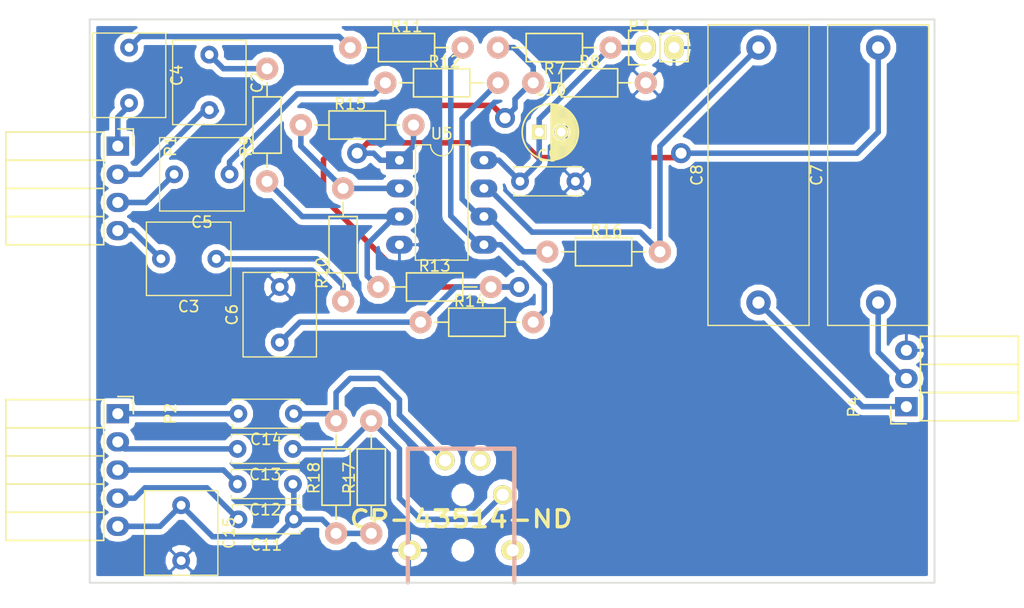
<source format=kicad_pcb>
(kicad_pcb (version 4) (host pcbnew 4.0.5)

  (general
    (links 51)
    (no_connects 0)
    (area 16.794999 23.253333 110.205001 78.901667)
    (thickness 1.6)
    (drawings 4)
    (tracks 144)
    (zones 0)
    (modules 32)
    (nets 27)
  )

  (page A4)
  (layers
    (0 F.Cu signal)
    (31 B.Cu signal)
    (32 B.Adhes user)
    (33 F.Adhes user)
    (34 B.Paste user)
    (35 F.Paste user)
    (36 B.SilkS user)
    (37 F.SilkS user)
    (38 B.Mask user)
    (39 F.Mask user)
    (40 Dwgs.User user)
    (41 Cmts.User user)
    (42 Eco1.User user)
    (43 Eco2.User user)
    (44 Edge.Cuts user)
    (45 Margin user)
    (46 B.CrtYd user)
    (47 F.CrtYd user)
    (48 B.Fab user)
    (49 F.Fab user)
  )

  (setup
    (last_trace_width 0.5)
    (trace_clearance 0.52)
    (zone_clearance 0.508)
    (zone_45_only no)
    (trace_min 0.2)
    (segment_width 0.2)
    (edge_width 0.15)
    (via_size 1.8)
    (via_drill 1)
    (via_min_size 0.4)
    (via_min_drill 0.3)
    (uvia_size 0.3)
    (uvia_drill 0.1)
    (uvias_allowed no)
    (uvia_min_size 0.2)
    (uvia_min_drill 0.1)
    (pcb_text_width 0.3)
    (pcb_text_size 1.5 1.5)
    (mod_edge_width 0.15)
    (mod_text_size 1 1)
    (mod_text_width 0.15)
    (pad_size 1.524 1.524)
    (pad_drill 0.762)
    (pad_to_mask_clearance 0.2)
    (aux_axis_origin 0 0)
    (visible_elements FFFFEF7F)
    (pcbplotparams
      (layerselection 0x00000_80000001)
      (usegerberextensions false)
      (excludeedgelayer true)
      (linewidth 0.100000)
      (plotframeref false)
      (viasonmask false)
      (mode 1)
      (useauxorigin false)
      (hpglpennumber 1)
      (hpglpenspeed 20)
      (hpglpendiameter 15)
      (hpglpenoverlay 2)
      (psnegative false)
      (psa4output false)
      (plotreference true)
      (plotvalue true)
      (plotinvisibletext false)
      (padsonsilk false)
      (subtractmaskfromsilk false)
      (outputformat 1)
      (mirror false)
      (drillshape 0)
      (scaleselection 1)
      (outputdirectory fab_outputs.nogit/))
  )

  (net 0 "")
  (net 1 "Net-(C2-Pad1)")
  (net 2 /audio/SPK_R+)
  (net 3 "Net-(C3-Pad1)")
  (net 4 /audio/SPK_R-)
  (net 5 "Net-(C4-Pad1)")
  (net 6 /audio/SPK_L+)
  (net 7 "Net-(C5-Pad1)")
  (net 8 /audio/SPK_L-)
  (net 9 "Net-(C6-Pad1)")
  (net 10 GND)
  (net 11 /audio/spk_right)
  (net 12 "Net-(C7-Pad2)")
  (net 13 /audio/spk_left)
  (net 14 "Net-(C8-Pad2)")
  (net 15 /audio/Vcc)
  (net 16 "Net-(R13-Pad1)")
  (net 17 "Net-(R10-Pad2)")
  (net 18 "Net-(R11-Pad2)")
  (net 19 "Net-(R12-Pad2)")
  (net 20 /audio/M_BIAS)
  (net 21 /audio/MIC_L+)
  (net 22 /audio/MIC_R+)
  (net 23 /audio/mic_left)
  (net 24 /audio/MIC_L-)
  (net 25 /audio/mic_right)
  (net 26 /audio/MIC_R-)

  (net_class Default "This is the default net class."
    (clearance 0.52)
    (trace_width 0.5)
    (via_dia 1.8)
    (via_drill 1)
    (uvia_dia 0.3)
    (uvia_drill 0.1)
    (add_net /audio/MIC_L+)
    (add_net /audio/MIC_L-)
    (add_net /audio/MIC_R+)
    (add_net /audio/MIC_R-)
    (add_net /audio/M_BIAS)
    (add_net /audio/SPK_L+)
    (add_net /audio/SPK_L-)
    (add_net /audio/SPK_R+)
    (add_net /audio/SPK_R-)
    (add_net /audio/Vcc)
    (add_net /audio/mic_left)
    (add_net /audio/mic_right)
    (add_net /audio/spk_left)
    (add_net /audio/spk_right)
    (add_net GND)
    (add_net "Net-(C2-Pad1)")
    (add_net "Net-(C3-Pad1)")
    (add_net "Net-(C4-Pad1)")
    (add_net "Net-(C5-Pad1)")
    (add_net "Net-(C6-Pad1)")
    (add_net "Net-(C7-Pad2)")
    (add_net "Net-(C8-Pad2)")
    (add_net "Net-(R10-Pad2)")
    (add_net "Net-(R11-Pad2)")
    (add_net "Net-(R12-Pad2)")
    (add_net "Net-(R13-Pad1)")
  )

  (module t_footprints:C_Radial_D5_L12_P2 (layer F.Cu) (tedit 0) (tstamp 5883F80F)
    (at 65.945 35.56)
    (descr "Radial Electrolytic Capacitor 5mm x Length 12mm, Pitch 2mm")
    (tags "Electrolytic Capacitor")
    (path /58832742/588378DE)
    (fp_text reference C10 (at 1 -3.8) (layer F.SilkS)
      (effects (font (size 1 1) (thickness 0.15)))
    )
    (fp_text value ECA-1AM101 (at 1 3.8) (layer F.Fab)
      (effects (font (size 1 1) (thickness 0.15)))
    )
    (fp_line (start 1.075 -2.499) (end 1.075 2.499) (layer F.SilkS) (width 0.15))
    (fp_line (start 1.215 -2.491) (end 1.215 -0.154) (layer F.SilkS) (width 0.15))
    (fp_line (start 1.215 0.154) (end 1.215 2.491) (layer F.SilkS) (width 0.15))
    (fp_line (start 1.355 -2.475) (end 1.355 -0.473) (layer F.SilkS) (width 0.15))
    (fp_line (start 1.355 0.473) (end 1.355 2.475) (layer F.SilkS) (width 0.15))
    (fp_line (start 1.495 -2.451) (end 1.495 -0.62) (layer F.SilkS) (width 0.15))
    (fp_line (start 1.495 0.62) (end 1.495 2.451) (layer F.SilkS) (width 0.15))
    (fp_line (start 1.635 -2.418) (end 1.635 -0.712) (layer F.SilkS) (width 0.15))
    (fp_line (start 1.635 0.712) (end 1.635 2.418) (layer F.SilkS) (width 0.15))
    (fp_line (start 1.775 -2.377) (end 1.775 -0.768) (layer F.SilkS) (width 0.15))
    (fp_line (start 1.775 0.768) (end 1.775 2.377) (layer F.SilkS) (width 0.15))
    (fp_line (start 1.915 -2.327) (end 1.915 -0.795) (layer F.SilkS) (width 0.15))
    (fp_line (start 1.915 0.795) (end 1.915 2.327) (layer F.SilkS) (width 0.15))
    (fp_line (start 2.055 -2.266) (end 2.055 -0.798) (layer F.SilkS) (width 0.15))
    (fp_line (start 2.055 0.798) (end 2.055 2.266) (layer F.SilkS) (width 0.15))
    (fp_line (start 2.195 -2.196) (end 2.195 -0.776) (layer F.SilkS) (width 0.15))
    (fp_line (start 2.195 0.776) (end 2.195 2.196) (layer F.SilkS) (width 0.15))
    (fp_line (start 2.335 -2.114) (end 2.335 -0.726) (layer F.SilkS) (width 0.15))
    (fp_line (start 2.335 0.726) (end 2.335 2.114) (layer F.SilkS) (width 0.15))
    (fp_line (start 2.475 -2.019) (end 2.475 -0.644) (layer F.SilkS) (width 0.15))
    (fp_line (start 2.475 0.644) (end 2.475 2.019) (layer F.SilkS) (width 0.15))
    (fp_line (start 2.615 -1.908) (end 2.615 -0.512) (layer F.SilkS) (width 0.15))
    (fp_line (start 2.615 0.512) (end 2.615 1.908) (layer F.SilkS) (width 0.15))
    (fp_line (start 2.755 -1.78) (end 2.755 -0.265) (layer F.SilkS) (width 0.15))
    (fp_line (start 2.755 0.265) (end 2.755 1.78) (layer F.SilkS) (width 0.15))
    (fp_line (start 2.895 -1.631) (end 2.895 1.631) (layer F.SilkS) (width 0.15))
    (fp_line (start 3.035 -1.452) (end 3.035 1.452) (layer F.SilkS) (width 0.15))
    (fp_line (start 3.175 -1.233) (end 3.175 1.233) (layer F.SilkS) (width 0.15))
    (fp_line (start 3.315 -0.944) (end 3.315 0.944) (layer F.SilkS) (width 0.15))
    (fp_line (start 3.455 -0.472) (end 3.455 0.472) (layer F.SilkS) (width 0.15))
    (fp_circle (center 2 0) (end 2 -0.8) (layer F.SilkS) (width 0.15))
    (fp_circle (center 1 0) (end 1 -2.5375) (layer F.SilkS) (width 0.15))
    (fp_circle (center 1 0) (end 1 -2.8) (layer F.CrtYd) (width 0.05))
    (pad 1 thru_hole rect (at 0 0) (size 1.3 1.3) (drill 0.8) (layers *.Cu *.Mask F.SilkS)
      (net 15 /audio/Vcc))
    (pad 2 thru_hole circle (at 2 0) (size 1.3 1.3) (drill 0.8) (layers *.Cu *.Mask F.SilkS)
      (net 10 GND))
  )

  (module Capacitors_ThroughHole:C_Rect_L7.5mm_W6.5mm_P5.00mm (layer F.Cu) (tedit 58765D05) (tstamp 5883F7DF)
    (at 36.195 28.575 270)
    (descr "C, Rect series, Radial, pin pitch=5.00mm, , length*width=7.5*6.5mm^2, Capacitor")
    (tags "C Rect series Radial pin pitch 5.00mm  length 7.5mm width 6.5mm Capacitor")
    (path /58832742/5883C809)
    (fp_text reference C2 (at 2.5 -4.31 270) (layer F.SilkS)
      (effects (font (size 1 1) (thickness 0.15)))
    )
    (fp_text value R82DC4100AA60K (at 2.5 4.31 270) (layer F.Fab)
      (effects (font (size 1 1) (thickness 0.15)))
    )
    (fp_line (start -1.25 -3.25) (end -1.25 3.25) (layer F.Fab) (width 0.1))
    (fp_line (start -1.25 3.25) (end 6.25 3.25) (layer F.Fab) (width 0.1))
    (fp_line (start 6.25 3.25) (end 6.25 -3.25) (layer F.Fab) (width 0.1))
    (fp_line (start 6.25 -3.25) (end -1.25 -3.25) (layer F.Fab) (width 0.1))
    (fp_line (start -1.31 -3.31) (end 6.31 -3.31) (layer F.SilkS) (width 0.12))
    (fp_line (start -1.31 3.31) (end 6.31 3.31) (layer F.SilkS) (width 0.12))
    (fp_line (start -1.31 -3.31) (end -1.31 3.31) (layer F.SilkS) (width 0.12))
    (fp_line (start 6.31 -3.31) (end 6.31 3.31) (layer F.SilkS) (width 0.12))
    (fp_line (start -1.6 -3.6) (end -1.6 3.6) (layer F.CrtYd) (width 0.05))
    (fp_line (start -1.6 3.6) (end 6.6 3.6) (layer F.CrtYd) (width 0.05))
    (fp_line (start 6.6 3.6) (end 6.6 -3.6) (layer F.CrtYd) (width 0.05))
    (fp_line (start 6.6 -3.6) (end -1.6 -3.6) (layer F.CrtYd) (width 0.05))
    (pad 1 thru_hole circle (at 0 0 270) (size 1.6 1.6) (drill 0.8) (layers *.Cu *.Mask)
      (net 1 "Net-(C2-Pad1)"))
    (pad 2 thru_hole circle (at 5 0 270) (size 1.6 1.6) (drill 0.8) (layers *.Cu *.Mask)
      (net 2 /audio/SPK_R+))
    (model Capacitors_ThroughHole.3dshapes/C_Rect_L7.5mm_W6.5mm_P5.00mm.wrl
      (at (xyz 0 0 0))
      (scale (xyz 0.393701 0.393701 0.393701))
      (rotate (xyz 0 0 0))
    )
  )

  (module Capacitors_ThroughHole:C_Rect_L7.5mm_W6.5mm_P5.00mm locked (layer F.Cu) (tedit 58765D05) (tstamp 5883F7E5)
    (at 36.83 46.99 180)
    (descr "C, Rect series, Radial, pin pitch=5.00mm, , length*width=7.5*6.5mm^2, Capacitor")
    (tags "C Rect series Radial pin pitch 5.00mm  length 7.5mm width 6.5mm Capacitor")
    (path /58832742/5883CE69)
    (fp_text reference C3 (at 2.5 -4.31 180) (layer F.SilkS)
      (effects (font (size 1 1) (thickness 0.15)))
    )
    (fp_text value R82DC4100AA60K (at 2.5 4.31 180) (layer F.Fab)
      (effects (font (size 1 1) (thickness 0.15)))
    )
    (fp_line (start -1.25 -3.25) (end -1.25 3.25) (layer F.Fab) (width 0.1))
    (fp_line (start -1.25 3.25) (end 6.25 3.25) (layer F.Fab) (width 0.1))
    (fp_line (start 6.25 3.25) (end 6.25 -3.25) (layer F.Fab) (width 0.1))
    (fp_line (start 6.25 -3.25) (end -1.25 -3.25) (layer F.Fab) (width 0.1))
    (fp_line (start -1.31 -3.31) (end 6.31 -3.31) (layer F.SilkS) (width 0.12))
    (fp_line (start -1.31 3.31) (end 6.31 3.31) (layer F.SilkS) (width 0.12))
    (fp_line (start -1.31 -3.31) (end -1.31 3.31) (layer F.SilkS) (width 0.12))
    (fp_line (start 6.31 -3.31) (end 6.31 3.31) (layer F.SilkS) (width 0.12))
    (fp_line (start -1.6 -3.6) (end -1.6 3.6) (layer F.CrtYd) (width 0.05))
    (fp_line (start -1.6 3.6) (end 6.6 3.6) (layer F.CrtYd) (width 0.05))
    (fp_line (start 6.6 3.6) (end 6.6 -3.6) (layer F.CrtYd) (width 0.05))
    (fp_line (start 6.6 -3.6) (end -1.6 -3.6) (layer F.CrtYd) (width 0.05))
    (pad 1 thru_hole circle (at 0 0 180) (size 1.6 1.6) (drill 0.8) (layers *.Cu *.Mask)
      (net 3 "Net-(C3-Pad1)"))
    (pad 2 thru_hole circle (at 5 0 180) (size 1.6 1.6) (drill 0.8) (layers *.Cu *.Mask)
      (net 4 /audio/SPK_R-))
    (model Capacitors_ThroughHole.3dshapes/C_Rect_L7.5mm_W6.5mm_P5.00mm.wrl
      (at (xyz 0 0 0))
      (scale (xyz 0.393701 0.393701 0.393701))
      (rotate (xyz 0 0 0))
    )
  )

  (module Capacitors_ThroughHole:C_Rect_L7.5mm_W6.5mm_P5.00mm (layer F.Cu) (tedit 58765D05) (tstamp 5883F7EB)
    (at 28.956 27.94 270)
    (descr "C, Rect series, Radial, pin pitch=5.00mm, , length*width=7.5*6.5mm^2, Capacitor")
    (tags "C Rect series Radial pin pitch 5.00mm  length 7.5mm width 6.5mm Capacitor")
    (path /58832742/5883D2E5)
    (fp_text reference C4 (at 2.5 -4.31 270) (layer F.SilkS)
      (effects (font (size 1 1) (thickness 0.15)))
    )
    (fp_text value R82DC4100AA60K (at 2.5 4.31 270) (layer F.Fab)
      (effects (font (size 1 1) (thickness 0.15)))
    )
    (fp_line (start -1.25 -3.25) (end -1.25 3.25) (layer F.Fab) (width 0.1))
    (fp_line (start -1.25 3.25) (end 6.25 3.25) (layer F.Fab) (width 0.1))
    (fp_line (start 6.25 3.25) (end 6.25 -3.25) (layer F.Fab) (width 0.1))
    (fp_line (start 6.25 -3.25) (end -1.25 -3.25) (layer F.Fab) (width 0.1))
    (fp_line (start -1.31 -3.31) (end 6.31 -3.31) (layer F.SilkS) (width 0.12))
    (fp_line (start -1.31 3.31) (end 6.31 3.31) (layer F.SilkS) (width 0.12))
    (fp_line (start -1.31 -3.31) (end -1.31 3.31) (layer F.SilkS) (width 0.12))
    (fp_line (start 6.31 -3.31) (end 6.31 3.31) (layer F.SilkS) (width 0.12))
    (fp_line (start -1.6 -3.6) (end -1.6 3.6) (layer F.CrtYd) (width 0.05))
    (fp_line (start -1.6 3.6) (end 6.6 3.6) (layer F.CrtYd) (width 0.05))
    (fp_line (start 6.6 3.6) (end 6.6 -3.6) (layer F.CrtYd) (width 0.05))
    (fp_line (start 6.6 -3.6) (end -1.6 -3.6) (layer F.CrtYd) (width 0.05))
    (pad 1 thru_hole circle (at 0 0 270) (size 1.6 1.6) (drill 0.8) (layers *.Cu *.Mask)
      (net 5 "Net-(C4-Pad1)"))
    (pad 2 thru_hole circle (at 5 0 270) (size 1.6 1.6) (drill 0.8) (layers *.Cu *.Mask)
      (net 6 /audio/SPK_L+))
    (model Capacitors_ThroughHole.3dshapes/C_Rect_L7.5mm_W6.5mm_P5.00mm.wrl
      (at (xyz 0 0 0))
      (scale (xyz 0.393701 0.393701 0.393701))
      (rotate (xyz 0 0 0))
    )
  )

  (module Capacitors_ThroughHole:C_Rect_L7.5mm_W6.5mm_P5.00mm locked (layer F.Cu) (tedit 58765D05) (tstamp 5883F7F1)
    (at 38.02 39.37 180)
    (descr "C, Rect series, Radial, pin pitch=5.00mm, , length*width=7.5*6.5mm^2, Capacitor")
    (tags "C Rect series Radial pin pitch 5.00mm  length 7.5mm width 6.5mm Capacitor")
    (path /58832742/5883D3D7)
    (fp_text reference C5 (at 2.5 -4.31 180) (layer F.SilkS)
      (effects (font (size 1 1) (thickness 0.15)))
    )
    (fp_text value R82DC4100AA60K (at 2.5 4.31 180) (layer F.Fab)
      (effects (font (size 1 1) (thickness 0.15)))
    )
    (fp_line (start -1.25 -3.25) (end -1.25 3.25) (layer F.Fab) (width 0.1))
    (fp_line (start -1.25 3.25) (end 6.25 3.25) (layer F.Fab) (width 0.1))
    (fp_line (start 6.25 3.25) (end 6.25 -3.25) (layer F.Fab) (width 0.1))
    (fp_line (start 6.25 -3.25) (end -1.25 -3.25) (layer F.Fab) (width 0.1))
    (fp_line (start -1.31 -3.31) (end 6.31 -3.31) (layer F.SilkS) (width 0.12))
    (fp_line (start -1.31 3.31) (end 6.31 3.31) (layer F.SilkS) (width 0.12))
    (fp_line (start -1.31 -3.31) (end -1.31 3.31) (layer F.SilkS) (width 0.12))
    (fp_line (start 6.31 -3.31) (end 6.31 3.31) (layer F.SilkS) (width 0.12))
    (fp_line (start -1.6 -3.6) (end -1.6 3.6) (layer F.CrtYd) (width 0.05))
    (fp_line (start -1.6 3.6) (end 6.6 3.6) (layer F.CrtYd) (width 0.05))
    (fp_line (start 6.6 3.6) (end 6.6 -3.6) (layer F.CrtYd) (width 0.05))
    (fp_line (start 6.6 -3.6) (end -1.6 -3.6) (layer F.CrtYd) (width 0.05))
    (pad 1 thru_hole circle (at 0 0 180) (size 1.6 1.6) (drill 0.8) (layers *.Cu *.Mask)
      (net 7 "Net-(C5-Pad1)"))
    (pad 2 thru_hole circle (at 5 0 180) (size 1.6 1.6) (drill 0.8) (layers *.Cu *.Mask)
      (net 8 /audio/SPK_L-))
    (model Capacitors_ThroughHole.3dshapes/C_Rect_L7.5mm_W6.5mm_P5.00mm.wrl
      (at (xyz 0 0 0))
      (scale (xyz 0.393701 0.393701 0.393701))
      (rotate (xyz 0 0 0))
    )
  )

  (module Capacitors_ThroughHole:C_Rect_L7.5mm_W6.5mm_P5.00mm placed (layer F.Cu) (tedit 58765D05) (tstamp 5883F7F7)
    (at 42.545 54.53 90)
    (descr "C, Rect series, Radial, pin pitch=5.00mm, , length*width=7.5*6.5mm^2, Capacitor")
    (tags "C Rect series Radial pin pitch 5.00mm  length 7.5mm width 6.5mm Capacitor")
    (path /58832742/5883D448)
    (fp_text reference C6 (at 2.5 -4.31 90) (layer F.SilkS)
      (effects (font (size 1 1) (thickness 0.15)))
    )
    (fp_text value R82DC4100AA60K (at 2.5 4.31 90) (layer F.Fab)
      (effects (font (size 1 1) (thickness 0.15)))
    )
    (fp_line (start -1.25 -3.25) (end -1.25 3.25) (layer F.Fab) (width 0.1))
    (fp_line (start -1.25 3.25) (end 6.25 3.25) (layer F.Fab) (width 0.1))
    (fp_line (start 6.25 3.25) (end 6.25 -3.25) (layer F.Fab) (width 0.1))
    (fp_line (start 6.25 -3.25) (end -1.25 -3.25) (layer F.Fab) (width 0.1))
    (fp_line (start -1.31 -3.31) (end 6.31 -3.31) (layer F.SilkS) (width 0.12))
    (fp_line (start -1.31 3.31) (end 6.31 3.31) (layer F.SilkS) (width 0.12))
    (fp_line (start -1.31 -3.31) (end -1.31 3.31) (layer F.SilkS) (width 0.12))
    (fp_line (start 6.31 -3.31) (end 6.31 3.31) (layer F.SilkS) (width 0.12))
    (fp_line (start -1.6 -3.6) (end -1.6 3.6) (layer F.CrtYd) (width 0.05))
    (fp_line (start -1.6 3.6) (end 6.6 3.6) (layer F.CrtYd) (width 0.05))
    (fp_line (start 6.6 3.6) (end 6.6 -3.6) (layer F.CrtYd) (width 0.05))
    (fp_line (start 6.6 -3.6) (end -1.6 -3.6) (layer F.CrtYd) (width 0.05))
    (pad 1 thru_hole circle (at 0 0 90) (size 1.6 1.6) (drill 0.8) (layers *.Cu *.Mask)
      (net 9 "Net-(C6-Pad1)"))
    (pad 2 thru_hole circle (at 5 0 90) (size 1.6 1.6) (drill 0.8) (layers *.Cu *.Mask)
      (net 10 GND))
    (model Capacitors_ThroughHole.3dshapes/C_Rect_L7.5mm_W6.5mm_P5.00mm.wrl
      (at (xyz 0 0 0))
      (scale (xyz 0.393701 0.393701 0.393701))
      (rotate (xyz 0 0 0))
    )
  )

  (module Capacitors_ThroughHole:C_Rect_L27.0mm_W9.0mm_P23.00mm (layer F.Cu) (tedit 58765D05) (tstamp 5883F7FD)
    (at 96.52 50.94 90)
    (descr "C, Rect series, Radial, pin pitch=23.00mm, , length*width=27*9mm^2, Capacitor")
    (tags "C Rect series Radial pin pitch 23.00mm  length 27mm width 9mm Capacitor")
    (path /58832742/588422B8)
    (fp_text reference C7 (at 11.5 -5.56 90) (layer F.SilkS)
      (effects (font (size 1 1) (thickness 0.15)))
    )
    (fp_text value ECW-FD2W275K (at 11.5 5.56 90) (layer F.Fab)
      (effects (font (size 1 1) (thickness 0.15)))
    )
    (fp_line (start -2 -4.5) (end -2 4.5) (layer F.Fab) (width 0.1))
    (fp_line (start -2 4.5) (end 25 4.5) (layer F.Fab) (width 0.1))
    (fp_line (start 25 4.5) (end 25 -4.5) (layer F.Fab) (width 0.1))
    (fp_line (start 25 -4.5) (end -2 -4.5) (layer F.Fab) (width 0.1))
    (fp_line (start -2.06 -4.56) (end 25.06 -4.56) (layer F.SilkS) (width 0.12))
    (fp_line (start -2.06 4.56) (end 25.06 4.56) (layer F.SilkS) (width 0.12))
    (fp_line (start -2.06 -4.56) (end -2.06 4.56) (layer F.SilkS) (width 0.12))
    (fp_line (start 25.06 -4.56) (end 25.06 4.56) (layer F.SilkS) (width 0.12))
    (fp_line (start -2.35 -4.85) (end -2.35 4.85) (layer F.CrtYd) (width 0.05))
    (fp_line (start -2.35 4.85) (end 25.35 4.85) (layer F.CrtYd) (width 0.05))
    (fp_line (start 25.35 4.85) (end 25.35 -4.85) (layer F.CrtYd) (width 0.05))
    (fp_line (start 25.35 -4.85) (end -2.35 -4.85) (layer F.CrtYd) (width 0.05))
    (pad 1 thru_hole circle (at 0 0 90) (size 2.2 2.2) (drill 1.1) (layers *.Cu *.Mask)
      (net 11 /audio/spk_right))
    (pad 2 thru_hole circle (at 23 0 90) (size 2.2 2.2) (drill 1.1) (layers *.Cu *.Mask)
      (net 12 "Net-(C7-Pad2)"))
    (model Capacitors_ThroughHole.3dshapes/C_Rect_L27.0mm_W9.0mm_P23.00mm.wrl
      (at (xyz 0 0 0))
      (scale (xyz 0.393701 0.393701 0.393701))
      (rotate (xyz 0 0 0))
    )
  )

  (module Capacitors_ThroughHole:C_Rect_L27.0mm_W9.0mm_P23.00mm (layer F.Cu) (tedit 58765D05) (tstamp 5883F803)
    (at 85.725 50.94 90)
    (descr "C, Rect series, Radial, pin pitch=23.00mm, , length*width=27*9mm^2, Capacitor")
    (tags "C Rect series Radial pin pitch 23.00mm  length 27mm width 9mm Capacitor")
    (path /58832742/5884285D)
    (fp_text reference C8 (at 11.5 -5.56 90) (layer F.SilkS)
      (effects (font (size 1 1) (thickness 0.15)))
    )
    (fp_text value ECW-FD2W275K (at 11.5 5.56 90) (layer F.Fab)
      (effects (font (size 1 1) (thickness 0.15)))
    )
    (fp_line (start -2 -4.5) (end -2 4.5) (layer F.Fab) (width 0.1))
    (fp_line (start -2 4.5) (end 25 4.5) (layer F.Fab) (width 0.1))
    (fp_line (start 25 4.5) (end 25 -4.5) (layer F.Fab) (width 0.1))
    (fp_line (start 25 -4.5) (end -2 -4.5) (layer F.Fab) (width 0.1))
    (fp_line (start -2.06 -4.56) (end 25.06 -4.56) (layer F.SilkS) (width 0.12))
    (fp_line (start -2.06 4.56) (end 25.06 4.56) (layer F.SilkS) (width 0.12))
    (fp_line (start -2.06 -4.56) (end -2.06 4.56) (layer F.SilkS) (width 0.12))
    (fp_line (start 25.06 -4.56) (end 25.06 4.56) (layer F.SilkS) (width 0.12))
    (fp_line (start -2.35 -4.85) (end -2.35 4.85) (layer F.CrtYd) (width 0.05))
    (fp_line (start -2.35 4.85) (end 25.35 4.85) (layer F.CrtYd) (width 0.05))
    (fp_line (start 25.35 4.85) (end 25.35 -4.85) (layer F.CrtYd) (width 0.05))
    (fp_line (start 25.35 -4.85) (end -2.35 -4.85) (layer F.CrtYd) (width 0.05))
    (pad 1 thru_hole circle (at 0 0 90) (size 2.2 2.2) (drill 1.1) (layers *.Cu *.Mask)
      (net 13 /audio/spk_left))
    (pad 2 thru_hole circle (at 23 0 90) (size 2.2 2.2) (drill 1.1) (layers *.Cu *.Mask)
      (net 14 "Net-(C8-Pad2)"))
    (model Capacitors_ThroughHole.3dshapes/C_Rect_L27.0mm_W9.0mm_P23.00mm.wrl
      (at (xyz 0 0 0))
      (scale (xyz 0.393701 0.393701 0.393701))
      (rotate (xyz 0 0 0))
    )
  )

  (module Capacitors_ThroughHole:C_Disc_D6.0mm_W2.5mm_P5.00mm (layer F.Cu) (tedit 58765D06) (tstamp 5883F809)
    (at 64.215 40.005)
    (descr "C, Disc series, Radial, pin pitch=5.00mm, , diameter*width=6*2.5mm^2, Capacitor, http://cdn-reichelt.de/documents/datenblatt/B300/DS_KERKO_TC.pdf")
    (tags "C Disc series Radial pin pitch 5.00mm  diameter 6mm width 2.5mm Capacitor")
    (path /58832742/58840F69)
    (fp_text reference C9 (at 2.5 -2.31) (layer F.SilkS)
      (effects (font (size 1 1) (thickness 0.15)))
    )
    (fp_text value K104K10X7RF5UH5 (at 2.5 2.31) (layer F.Fab)
      (effects (font (size 1 1) (thickness 0.15)))
    )
    (fp_line (start -0.5 -1.25) (end -0.5 1.25) (layer F.Fab) (width 0.1))
    (fp_line (start -0.5 1.25) (end 5.5 1.25) (layer F.Fab) (width 0.1))
    (fp_line (start 5.5 1.25) (end 5.5 -1.25) (layer F.Fab) (width 0.1))
    (fp_line (start 5.5 -1.25) (end -0.5 -1.25) (layer F.Fab) (width 0.1))
    (fp_line (start -0.56 -1.31) (end 5.56 -1.31) (layer F.SilkS) (width 0.12))
    (fp_line (start -0.56 1.31) (end 5.56 1.31) (layer F.SilkS) (width 0.12))
    (fp_line (start -0.56 -1.31) (end -0.56 -0.996) (layer F.SilkS) (width 0.12))
    (fp_line (start -0.56 0.996) (end -0.56 1.31) (layer F.SilkS) (width 0.12))
    (fp_line (start 5.56 -1.31) (end 5.56 -0.996) (layer F.SilkS) (width 0.12))
    (fp_line (start 5.56 0.996) (end 5.56 1.31) (layer F.SilkS) (width 0.12))
    (fp_line (start -1.05 -1.6) (end -1.05 1.6) (layer F.CrtYd) (width 0.05))
    (fp_line (start -1.05 1.6) (end 6.05 1.6) (layer F.CrtYd) (width 0.05))
    (fp_line (start 6.05 1.6) (end 6.05 -1.6) (layer F.CrtYd) (width 0.05))
    (fp_line (start 6.05 -1.6) (end -1.05 -1.6) (layer F.CrtYd) (width 0.05))
    (pad 1 thru_hole circle (at 0 0) (size 1.6 1.6) (drill 0.8) (layers *.Cu *.Mask)
      (net 15 /audio/Vcc))
    (pad 2 thru_hole circle (at 5 0) (size 1.6 1.6) (drill 0.8) (layers *.Cu *.Mask)
      (net 10 GND))
    (model Capacitors_ThroughHole.3dshapes/C_Disc_D6.0mm_W2.5mm_P5.00mm.wrl
      (at (xyz 0 0 0))
      (scale (xyz 0.393701 0.393701 0.393701))
      (rotate (xyz 0 0 0))
    )
  )

  (module t_footprints:Pin_Header_Straight_1x02 (layer F.Cu) (tedit 57D35A42) (tstamp 5883F844)
    (at 75.565 27.94 90)
    (descr "Through hole pin header")
    (tags "pin header")
    (path /58852B8F)
    (fp_text reference P3 (at 1.905 -0.635 180) (layer F.SilkS)
      (effects (font (size 1 1) (thickness 0.15)))
    )
    (fp_text value TCONN_01X02 (at 3.175 1.27 180) (layer F.Fab)
      (effects (font (size 1 1) (thickness 0.15)))
    )
    (fp_line (start 1.27 1.27) (end 1.27 3.81) (layer F.SilkS) (width 0.15))
    (fp_line (start 1.55 -1.55) (end 1.55 0) (layer F.SilkS) (width 0.15))
    (fp_line (start -1.75 -1.75) (end -1.75 4.3) (layer F.CrtYd) (width 0.05))
    (fp_line (start 1.75 -1.75) (end 1.75 4.3) (layer F.CrtYd) (width 0.05))
    (fp_line (start -1.75 -1.75) (end 1.75 -1.75) (layer F.CrtYd) (width 0.05))
    (fp_line (start -1.75 4.3) (end 1.75 4.3) (layer F.CrtYd) (width 0.05))
    (fp_line (start 1.27 1.27) (end -1.27 1.27) (layer F.SilkS) (width 0.15))
    (fp_line (start -1.55 0) (end -1.55 -1.55) (layer F.SilkS) (width 0.15))
    (fp_line (start -1.55 -1.55) (end 1.55 -1.55) (layer F.SilkS) (width 0.15))
    (fp_line (start -1.27 1.27) (end -1.27 3.81) (layer F.SilkS) (width 0.15))
    (fp_line (start -1.27 3.81) (end 1.27 3.81) (layer F.SilkS) (width 0.15))
    (pad 1 thru_hole oval (at 0 0 90) (size 2.2 1.8) (drill 1) (layers *.Cu *.Mask F.SilkS)
      (net 15 /audio/Vcc))
    (pad 2 thru_hole oval (at 0 2.54 90) (size 2.2 1.8) (drill 1) (layers *.Cu *.Mask F.SilkS)
      (net 10 GND))
    (model Pin_Headers.3dshapes/Pin_Header_Straight_1x02.wrl
      (at (xyz 0 -0.05 0))
      (scale (xyz 1 1 1))
      (rotate (xyz 0 0 90))
    )
  )

  (module t_footprints:Resistor_Horizontal_RM10mm placed (layer F.Cu) (tedit 57CB0716) (tstamp 5883F858)
    (at 72.39 27.94 180)
    (descr "Resistor, Axial,  RM 10mm, 1/3W")
    (tags "Resistor Axial RM 10mm 1/3W")
    (path /58832742/58838EEB)
    (fp_text reference R7 (at 5.08 -1.905 180) (layer F.SilkS)
      (effects (font (size 1 1) (thickness 0.15)))
    )
    (fp_text value 100K (at 5.08 0 180) (layer F.Fab)
      (effects (font (size 1 1) (thickness 0.15)))
    )
    (fp_line (start -1.25 -1.5) (end 11.4 -1.5) (layer F.CrtYd) (width 0.05))
    (fp_line (start -1.25 1.5) (end -1.25 -1.5) (layer F.CrtYd) (width 0.05))
    (fp_line (start 11.4 -1.5) (end 11.4 1.5) (layer F.CrtYd) (width 0.05))
    (fp_line (start -1.25 1.5) (end 11.4 1.5) (layer F.CrtYd) (width 0.05))
    (fp_line (start 2.54 -1.27) (end 7.62 -1.27) (layer F.SilkS) (width 0.15))
    (fp_line (start 7.62 -1.27) (end 7.62 1.27) (layer F.SilkS) (width 0.15))
    (fp_line (start 7.62 1.27) (end 2.54 1.27) (layer F.SilkS) (width 0.15))
    (fp_line (start 2.54 1.27) (end 2.54 -1.27) (layer F.SilkS) (width 0.15))
    (fp_line (start 2.54 0) (end 1.27 0) (layer F.SilkS) (width 0.15))
    (fp_line (start 7.62 0) (end 8.89 0) (layer F.SilkS) (width 0.15))
    (pad 1 thru_hole circle (at 0 0 180) (size 2 2) (drill 1) (layers *.Cu *.SilkS *.Mask)
      (net 15 /audio/Vcc))
    (pad 2 thru_hole circle (at 10.16 0 180) (size 2 2) (drill 1) (layers *.Cu *.SilkS *.Mask)
      (net 9 "Net-(C6-Pad1)"))
    (model Resistors_ThroughHole.3dshapes/Resistor_Horizontal_RM10mm.wrl
      (at (xyz 0.2 0 0))
      (scale (xyz 0.4 0.4 0.4))
      (rotate (xyz 0 0 0))
    )
  )

  (module t_footprints:Resistor_Horizontal_RM10mm placed (layer F.Cu) (tedit 57CB0716) (tstamp 5883F85E)
    (at 65.405 31.115)
    (descr "Resistor, Axial,  RM 10mm, 1/3W")
    (tags "Resistor Axial RM 10mm 1/3W")
    (path /58832742/58839525)
    (fp_text reference R8 (at 5.08 -1.905) (layer F.SilkS)
      (effects (font (size 1 1) (thickness 0.15)))
    )
    (fp_text value 100K (at 5.08 0) (layer F.Fab)
      (effects (font (size 1 1) (thickness 0.15)))
    )
    (fp_line (start -1.25 -1.5) (end 11.4 -1.5) (layer F.CrtYd) (width 0.05))
    (fp_line (start -1.25 1.5) (end -1.25 -1.5) (layer F.CrtYd) (width 0.05))
    (fp_line (start 11.4 -1.5) (end 11.4 1.5) (layer F.CrtYd) (width 0.05))
    (fp_line (start -1.25 1.5) (end 11.4 1.5) (layer F.CrtYd) (width 0.05))
    (fp_line (start 2.54 -1.27) (end 7.62 -1.27) (layer F.SilkS) (width 0.15))
    (fp_line (start 7.62 -1.27) (end 7.62 1.27) (layer F.SilkS) (width 0.15))
    (fp_line (start 7.62 1.27) (end 2.54 1.27) (layer F.SilkS) (width 0.15))
    (fp_line (start 2.54 1.27) (end 2.54 -1.27) (layer F.SilkS) (width 0.15))
    (fp_line (start 2.54 0) (end 1.27 0) (layer F.SilkS) (width 0.15))
    (fp_line (start 7.62 0) (end 8.89 0) (layer F.SilkS) (width 0.15))
    (pad 1 thru_hole circle (at 0 0) (size 2 2) (drill 1) (layers *.Cu *.SilkS *.Mask)
      (net 9 "Net-(C6-Pad1)"))
    (pad 2 thru_hole circle (at 10.16 0) (size 2 2) (drill 1) (layers *.Cu *.SilkS *.Mask)
      (net 10 GND))
    (model Resistors_ThroughHole.3dshapes/Resistor_Horizontal_RM10mm.wrl
      (at (xyz 0.2 0 0))
      (scale (xyz 0.4 0.4 0.4))
      (rotate (xyz 0 0 0))
    )
  )

  (module t_footprints:Resistor_Horizontal_RM10mm (layer F.Cu) (tedit 57CB0716) (tstamp 5883F864)
    (at 41.402 29.845 270)
    (descr "Resistor, Axial,  RM 10mm, 1/3W")
    (tags "Resistor Axial RM 10mm 1/3W")
    (path /58832742/58837580)
    (fp_text reference R9 (at 6.985 1.905 270) (layer F.SilkS)
      (effects (font (size 1 1) (thickness 0.15)))
    )
    (fp_text value 20K (at 5.08 0 270) (layer F.Fab)
      (effects (font (size 1 1) (thickness 0.15)))
    )
    (fp_line (start -1.25 -1.5) (end 11.4 -1.5) (layer F.CrtYd) (width 0.05))
    (fp_line (start -1.25 1.5) (end -1.25 -1.5) (layer F.CrtYd) (width 0.05))
    (fp_line (start 11.4 -1.5) (end 11.4 1.5) (layer F.CrtYd) (width 0.05))
    (fp_line (start -1.25 1.5) (end 11.4 1.5) (layer F.CrtYd) (width 0.05))
    (fp_line (start 2.54 -1.27) (end 7.62 -1.27) (layer F.SilkS) (width 0.15))
    (fp_line (start 7.62 -1.27) (end 7.62 1.27) (layer F.SilkS) (width 0.15))
    (fp_line (start 7.62 1.27) (end 2.54 1.27) (layer F.SilkS) (width 0.15))
    (fp_line (start 2.54 1.27) (end 2.54 -1.27) (layer F.SilkS) (width 0.15))
    (fp_line (start 2.54 0) (end 1.27 0) (layer F.SilkS) (width 0.15))
    (fp_line (start 7.62 0) (end 8.89 0) (layer F.SilkS) (width 0.15))
    (pad 1 thru_hole circle (at 0 0 270) (size 2 2) (drill 1) (layers *.Cu *.SilkS *.Mask)
      (net 1 "Net-(C2-Pad1)"))
    (pad 2 thru_hole circle (at 10.16 0 270) (size 2 2) (drill 1) (layers *.Cu *.SilkS *.Mask)
      (net 16 "Net-(R13-Pad1)"))
    (model Resistors_ThroughHole.3dshapes/Resistor_Horizontal_RM10mm.wrl
      (at (xyz 0.2 0 0))
      (scale (xyz 0.4 0.4 0.4))
      (rotate (xyz 0 0 0))
    )
  )

  (module t_footprints:Resistor_Horizontal_RM10mm (layer F.Cu) (tedit 57CB0716) (tstamp 5883F86A)
    (at 48.26 50.8 90)
    (descr "Resistor, Axial,  RM 10mm, 1/3W")
    (tags "Resistor Axial RM 10mm 1/3W")
    (path /58832742/58837622)
    (fp_text reference R10 (at 2.54 -1.905 90) (layer F.SilkS)
      (effects (font (size 1 1) (thickness 0.15)))
    )
    (fp_text value 20K (at 5.08 0 90) (layer F.Fab)
      (effects (font (size 1 1) (thickness 0.15)))
    )
    (fp_line (start -1.25 -1.5) (end 11.4 -1.5) (layer F.CrtYd) (width 0.05))
    (fp_line (start -1.25 1.5) (end -1.25 -1.5) (layer F.CrtYd) (width 0.05))
    (fp_line (start 11.4 -1.5) (end 11.4 1.5) (layer F.CrtYd) (width 0.05))
    (fp_line (start -1.25 1.5) (end 11.4 1.5) (layer F.CrtYd) (width 0.05))
    (fp_line (start 2.54 -1.27) (end 7.62 -1.27) (layer F.SilkS) (width 0.15))
    (fp_line (start 7.62 -1.27) (end 7.62 1.27) (layer F.SilkS) (width 0.15))
    (fp_line (start 7.62 1.27) (end 2.54 1.27) (layer F.SilkS) (width 0.15))
    (fp_line (start 2.54 1.27) (end 2.54 -1.27) (layer F.SilkS) (width 0.15))
    (fp_line (start 2.54 0) (end 1.27 0) (layer F.SilkS) (width 0.15))
    (fp_line (start 7.62 0) (end 8.89 0) (layer F.SilkS) (width 0.15))
    (pad 1 thru_hole circle (at 0 0 90) (size 2 2) (drill 1) (layers *.Cu *.SilkS *.Mask)
      (net 3 "Net-(C3-Pad1)"))
    (pad 2 thru_hole circle (at 10.16 0 90) (size 2 2) (drill 1) (layers *.Cu *.SilkS *.Mask)
      (net 17 "Net-(R10-Pad2)"))
    (model Resistors_ThroughHole.3dshapes/Resistor_Horizontal_RM10mm.wrl
      (at (xyz 0.2 0 0))
      (scale (xyz 0.4 0.4 0.4))
      (rotate (xyz 0 0 0))
    )
  )

  (module t_footprints:Resistor_Horizontal_RM10mm (layer F.Cu) (tedit 57CB0716) (tstamp 5883F870)
    (at 48.895 27.94)
    (descr "Resistor, Axial,  RM 10mm, 1/3W")
    (tags "Resistor Axial RM 10mm 1/3W")
    (path /58832742/5883765E)
    (fp_text reference R11 (at 5.08 -1.905) (layer F.SilkS)
      (effects (font (size 1 1) (thickness 0.15)))
    )
    (fp_text value 20K (at 5.08 0) (layer F.Fab)
      (effects (font (size 1 1) (thickness 0.15)))
    )
    (fp_line (start -1.25 -1.5) (end 11.4 -1.5) (layer F.CrtYd) (width 0.05))
    (fp_line (start -1.25 1.5) (end -1.25 -1.5) (layer F.CrtYd) (width 0.05))
    (fp_line (start 11.4 -1.5) (end 11.4 1.5) (layer F.CrtYd) (width 0.05))
    (fp_line (start -1.25 1.5) (end 11.4 1.5) (layer F.CrtYd) (width 0.05))
    (fp_line (start 2.54 -1.27) (end 7.62 -1.27) (layer F.SilkS) (width 0.15))
    (fp_line (start 7.62 -1.27) (end 7.62 1.27) (layer F.SilkS) (width 0.15))
    (fp_line (start 7.62 1.27) (end 2.54 1.27) (layer F.SilkS) (width 0.15))
    (fp_line (start 2.54 1.27) (end 2.54 -1.27) (layer F.SilkS) (width 0.15))
    (fp_line (start 2.54 0) (end 1.27 0) (layer F.SilkS) (width 0.15))
    (fp_line (start 7.62 0) (end 8.89 0) (layer F.SilkS) (width 0.15))
    (pad 1 thru_hole circle (at 0 0) (size 2 2) (drill 1) (layers *.Cu *.SilkS *.Mask)
      (net 5 "Net-(C4-Pad1)"))
    (pad 2 thru_hole circle (at 10.16 0) (size 2 2) (drill 1) (layers *.Cu *.SilkS *.Mask)
      (net 18 "Net-(R11-Pad2)"))
    (model Resistors_ThroughHole.3dshapes/Resistor_Horizontal_RM10mm.wrl
      (at (xyz 0.2 0 0))
      (scale (xyz 0.4 0.4 0.4))
      (rotate (xyz 0 0 0))
    )
  )

  (module t_footprints:Resistor_Horizontal_RM10mm (layer F.Cu) (tedit 57CB0716) (tstamp 5883F876)
    (at 52.07 31.115)
    (descr "Resistor, Axial,  RM 10mm, 1/3W")
    (tags "Resistor Axial RM 10mm 1/3W")
    (path /58832742/5883767F)
    (fp_text reference R12 (at 5.32892 -1.905) (layer F.SilkS)
      (effects (font (size 1 1) (thickness 0.15)))
    )
    (fp_text value 20K (at 5.08 0) (layer F.Fab)
      (effects (font (size 1 1) (thickness 0.15)))
    )
    (fp_line (start -1.25 -1.5) (end 11.4 -1.5) (layer F.CrtYd) (width 0.05))
    (fp_line (start -1.25 1.5) (end -1.25 -1.5) (layer F.CrtYd) (width 0.05))
    (fp_line (start 11.4 -1.5) (end 11.4 1.5) (layer F.CrtYd) (width 0.05))
    (fp_line (start -1.25 1.5) (end 11.4 1.5) (layer F.CrtYd) (width 0.05))
    (fp_line (start 2.54 -1.27) (end 7.62 -1.27) (layer F.SilkS) (width 0.15))
    (fp_line (start 7.62 -1.27) (end 7.62 1.27) (layer F.SilkS) (width 0.15))
    (fp_line (start 7.62 1.27) (end 2.54 1.27) (layer F.SilkS) (width 0.15))
    (fp_line (start 2.54 1.27) (end 2.54 -1.27) (layer F.SilkS) (width 0.15))
    (fp_line (start 2.54 0) (end 1.27 0) (layer F.SilkS) (width 0.15))
    (fp_line (start 7.62 0) (end 8.89 0) (layer F.SilkS) (width 0.15))
    (pad 1 thru_hole circle (at 0 0) (size 2 2) (drill 1) (layers *.Cu *.SilkS *.Mask)
      (net 7 "Net-(C5-Pad1)"))
    (pad 2 thru_hole circle (at 10.16 0) (size 2 2) (drill 1) (layers *.Cu *.SilkS *.Mask)
      (net 19 "Net-(R12-Pad2)"))
    (model Resistors_ThroughHole.3dshapes/Resistor_Horizontal_RM10mm.wrl
      (at (xyz 0.2 0 0))
      (scale (xyz 0.4 0.4 0.4))
      (rotate (xyz 0 0 0))
    )
  )

  (module t_footprints:Resistor_Horizontal_RM10mm placed (layer F.Cu) (tedit 57CB0716) (tstamp 5883F87C)
    (at 51.435 49.53)
    (descr "Resistor, Axial,  RM 10mm, 1/3W")
    (tags "Resistor Axial RM 10mm 1/3W")
    (path /58832742/5883883E)
    (fp_text reference R13 (at 5.08 -1.905) (layer F.SilkS)
      (effects (font (size 1 1) (thickness 0.15)))
    )
    (fp_text value 20K (at 5.08 0) (layer F.Fab)
      (effects (font (size 1 1) (thickness 0.15)))
    )
    (fp_line (start -1.25 -1.5) (end 11.4 -1.5) (layer F.CrtYd) (width 0.05))
    (fp_line (start -1.25 1.5) (end -1.25 -1.5) (layer F.CrtYd) (width 0.05))
    (fp_line (start 11.4 -1.5) (end 11.4 1.5) (layer F.CrtYd) (width 0.05))
    (fp_line (start -1.25 1.5) (end 11.4 1.5) (layer F.CrtYd) (width 0.05))
    (fp_line (start 2.54 -1.27) (end 7.62 -1.27) (layer F.SilkS) (width 0.15))
    (fp_line (start 7.62 -1.27) (end 7.62 1.27) (layer F.SilkS) (width 0.15))
    (fp_line (start 7.62 1.27) (end 2.54 1.27) (layer F.SilkS) (width 0.15))
    (fp_line (start 2.54 1.27) (end 2.54 -1.27) (layer F.SilkS) (width 0.15))
    (fp_line (start 2.54 0) (end 1.27 0) (layer F.SilkS) (width 0.15))
    (fp_line (start 7.62 0) (end 8.89 0) (layer F.SilkS) (width 0.15))
    (pad 1 thru_hole circle (at 0 0) (size 2 2) (drill 1) (layers *.Cu *.SilkS *.Mask)
      (net 16 "Net-(R13-Pad1)"))
    (pad 2 thru_hole circle (at 10.16 0) (size 2 2) (drill 1) (layers *.Cu *.SilkS *.Mask)
      (net 9 "Net-(C6-Pad1)"))
    (model Resistors_ThroughHole.3dshapes/Resistor_Horizontal_RM10mm.wrl
      (at (xyz 0.2 0 0))
      (scale (xyz 0.4 0.4 0.4))
      (rotate (xyz 0 0 0))
    )
  )

  (module t_footprints:Resistor_Horizontal_RM10mm placed (layer F.Cu) (tedit 57CB0716) (tstamp 5883F882)
    (at 55.245 52.705)
    (descr "Resistor, Axial,  RM 10mm, 1/3W")
    (tags "Resistor Axial RM 10mm 1/3W")
    (path /58832742/5883894B)
    (fp_text reference R14 (at 4.445 -1.905) (layer F.SilkS)
      (effects (font (size 1 1) (thickness 0.15)))
    )
    (fp_text value 20K (at 5.08 0) (layer F.Fab)
      (effects (font (size 1 1) (thickness 0.15)))
    )
    (fp_line (start -1.25 -1.5) (end 11.4 -1.5) (layer F.CrtYd) (width 0.05))
    (fp_line (start -1.25 1.5) (end -1.25 -1.5) (layer F.CrtYd) (width 0.05))
    (fp_line (start 11.4 -1.5) (end 11.4 1.5) (layer F.CrtYd) (width 0.05))
    (fp_line (start -1.25 1.5) (end 11.4 1.5) (layer F.CrtYd) (width 0.05))
    (fp_line (start 2.54 -1.27) (end 7.62 -1.27) (layer F.SilkS) (width 0.15))
    (fp_line (start 7.62 -1.27) (end 7.62 1.27) (layer F.SilkS) (width 0.15))
    (fp_line (start 7.62 1.27) (end 2.54 1.27) (layer F.SilkS) (width 0.15))
    (fp_line (start 2.54 1.27) (end 2.54 -1.27) (layer F.SilkS) (width 0.15))
    (fp_line (start 2.54 0) (end 1.27 0) (layer F.SilkS) (width 0.15))
    (fp_line (start 7.62 0) (end 8.89 0) (layer F.SilkS) (width 0.15))
    (pad 1 thru_hole circle (at 0 0) (size 2 2) (drill 1) (layers *.Cu *.SilkS *.Mask)
      (net 9 "Net-(C6-Pad1)"))
    (pad 2 thru_hole circle (at 10.16 0) (size 2 2) (drill 1) (layers *.Cu *.SilkS *.Mask)
      (net 18 "Net-(R11-Pad2)"))
    (model Resistors_ThroughHole.3dshapes/Resistor_Horizontal_RM10mm.wrl
      (at (xyz 0.2 0 0))
      (scale (xyz 0.4 0.4 0.4))
      (rotate (xyz 0 0 0))
    )
  )

  (module t_footprints:Resistor_Horizontal_RM10mm placed (layer F.Cu) (tedit 57CB0716) (tstamp 5883F888)
    (at 44.45 34.925)
    (descr "Resistor, Axial,  RM 10mm, 1/3W")
    (tags "Resistor Axial RM 10mm 1/3W")
    (path /58832742/58837867)
    (fp_text reference R15 (at 4.445 -1.905) (layer F.SilkS)
      (effects (font (size 1 1) (thickness 0.15)))
    )
    (fp_text value 20K (at 5.08 0) (layer F.Fab)
      (effects (font (size 1 1) (thickness 0.15)))
    )
    (fp_line (start -1.25 -1.5) (end 11.4 -1.5) (layer F.CrtYd) (width 0.05))
    (fp_line (start -1.25 1.5) (end -1.25 -1.5) (layer F.CrtYd) (width 0.05))
    (fp_line (start 11.4 -1.5) (end 11.4 1.5) (layer F.CrtYd) (width 0.05))
    (fp_line (start -1.25 1.5) (end 11.4 1.5) (layer F.CrtYd) (width 0.05))
    (fp_line (start 2.54 -1.27) (end 7.62 -1.27) (layer F.SilkS) (width 0.15))
    (fp_line (start 7.62 -1.27) (end 7.62 1.27) (layer F.SilkS) (width 0.15))
    (fp_line (start 7.62 1.27) (end 2.54 1.27) (layer F.SilkS) (width 0.15))
    (fp_line (start 2.54 1.27) (end 2.54 -1.27) (layer F.SilkS) (width 0.15))
    (fp_line (start 2.54 0) (end 1.27 0) (layer F.SilkS) (width 0.15))
    (fp_line (start 7.62 0) (end 8.89 0) (layer F.SilkS) (width 0.15))
    (pad 1 thru_hole circle (at 0 0) (size 2 2) (drill 1) (layers *.Cu *.SilkS *.Mask)
      (net 17 "Net-(R10-Pad2)"))
    (pad 2 thru_hole circle (at 10.16 0) (size 2 2) (drill 1) (layers *.Cu *.SilkS *.Mask)
      (net 12 "Net-(C7-Pad2)"))
    (model Resistors_ThroughHole.3dshapes/Resistor_Horizontal_RM10mm.wrl
      (at (xyz 0.2 0 0))
      (scale (xyz 0.4 0.4 0.4))
      (rotate (xyz 0 0 0))
    )
  )

  (module t_footprints:Resistor_Horizontal_RM10mm placed (layer F.Cu) (tedit 57CB0716) (tstamp 5883F88E)
    (at 66.675 46.355)
    (descr "Resistor, Axial,  RM 10mm, 1/3W")
    (tags "Resistor Axial RM 10mm 1/3W")
    (path /58832742/5883839A)
    (fp_text reference R16 (at 5.32892 -1.905) (layer F.SilkS)
      (effects (font (size 1 1) (thickness 0.15)))
    )
    (fp_text value 20K (at 5.08 0) (layer F.Fab)
      (effects (font (size 1 1) (thickness 0.15)))
    )
    (fp_line (start -1.25 -1.5) (end 11.4 -1.5) (layer F.CrtYd) (width 0.05))
    (fp_line (start -1.25 1.5) (end -1.25 -1.5) (layer F.CrtYd) (width 0.05))
    (fp_line (start 11.4 -1.5) (end 11.4 1.5) (layer F.CrtYd) (width 0.05))
    (fp_line (start -1.25 1.5) (end 11.4 1.5) (layer F.CrtYd) (width 0.05))
    (fp_line (start 2.54 -1.27) (end 7.62 -1.27) (layer F.SilkS) (width 0.15))
    (fp_line (start 7.62 -1.27) (end 7.62 1.27) (layer F.SilkS) (width 0.15))
    (fp_line (start 7.62 1.27) (end 2.54 1.27) (layer F.SilkS) (width 0.15))
    (fp_line (start 2.54 1.27) (end 2.54 -1.27) (layer F.SilkS) (width 0.15))
    (fp_line (start 2.54 0) (end 1.27 0) (layer F.SilkS) (width 0.15))
    (fp_line (start 7.62 0) (end 8.89 0) (layer F.SilkS) (width 0.15))
    (pad 1 thru_hole circle (at 0 0) (size 2 2) (drill 1) (layers *.Cu *.SilkS *.Mask)
      (net 19 "Net-(R12-Pad2)"))
    (pad 2 thru_hole circle (at 10.16 0) (size 2 2) (drill 1) (layers *.Cu *.SilkS *.Mask)
      (net 14 "Net-(C8-Pad2)"))
    (model Resistors_ThroughHole.3dshapes/Resistor_Horizontal_RM10mm.wrl
      (at (xyz 0.2 0 0))
      (scale (xyz 0.4 0.4 0.4))
      (rotate (xyz 0 0 0))
    )
  )

  (module Housings_DIP:DIP-8_W7.62mm_LongPads (layer F.Cu) (tedit 586281B4) (tstamp 5883F8A6)
    (at 53.34 38.1)
    (descr "8-lead dip package, row spacing 7.62 mm (300 mils), LongPads")
    (tags "DIL DIP PDIP 2.54mm 7.62mm 300mil LongPads")
    (path /58832742/5883B1D0)
    (fp_text reference U5 (at 3.81 -2.39) (layer F.SilkS)
      (effects (font (size 1 1) (thickness 0.15)))
    )
    (fp_text value TLV2362 (at 3.81 10.01) (layer F.Fab)
      (effects (font (size 1 1) (thickness 0.15)))
    )
    (fp_arc (start 3.81 -1.39) (end 2.81 -1.39) (angle -180) (layer F.SilkS) (width 0.12))
    (fp_line (start 1.635 -1.27) (end 6.985 -1.27) (layer F.Fab) (width 0.1))
    (fp_line (start 6.985 -1.27) (end 6.985 8.89) (layer F.Fab) (width 0.1))
    (fp_line (start 6.985 8.89) (end 0.635 8.89) (layer F.Fab) (width 0.1))
    (fp_line (start 0.635 8.89) (end 0.635 -0.27) (layer F.Fab) (width 0.1))
    (fp_line (start 0.635 -0.27) (end 1.635 -1.27) (layer F.Fab) (width 0.1))
    (fp_line (start 2.81 -1.39) (end 1.44 -1.39) (layer F.SilkS) (width 0.12))
    (fp_line (start 1.44 -1.39) (end 1.44 9.01) (layer F.SilkS) (width 0.12))
    (fp_line (start 1.44 9.01) (end 6.18 9.01) (layer F.SilkS) (width 0.12))
    (fp_line (start 6.18 9.01) (end 6.18 -1.39) (layer F.SilkS) (width 0.12))
    (fp_line (start 6.18 -1.39) (end 4.81 -1.39) (layer F.SilkS) (width 0.12))
    (fp_line (start -1.5 -1.6) (end -1.5 9.2) (layer F.CrtYd) (width 0.05))
    (fp_line (start -1.5 9.2) (end 9.1 9.2) (layer F.CrtYd) (width 0.05))
    (fp_line (start 9.1 9.2) (end 9.1 -1.6) (layer F.CrtYd) (width 0.05))
    (fp_line (start 9.1 -1.6) (end -1.5 -1.6) (layer F.CrtYd) (width 0.05))
    (pad 1 thru_hole rect (at 0 0) (size 2.4 1.6) (drill 0.8) (layers *.Cu *.Mask)
      (net 12 "Net-(C7-Pad2)"))
    (pad 5 thru_hole oval (at 7.62 7.62) (size 2.4 1.6) (drill 0.8) (layers *.Cu *.Mask)
      (net 18 "Net-(R11-Pad2)"))
    (pad 2 thru_hole oval (at 0 2.54) (size 2.4 1.6) (drill 0.8) (layers *.Cu *.Mask)
      (net 17 "Net-(R10-Pad2)"))
    (pad 6 thru_hole oval (at 7.62 5.08) (size 2.4 1.6) (drill 0.8) (layers *.Cu *.Mask)
      (net 19 "Net-(R12-Pad2)"))
    (pad 3 thru_hole oval (at 0 5.08) (size 2.4 1.6) (drill 0.8) (layers *.Cu *.Mask)
      (net 16 "Net-(R13-Pad1)"))
    (pad 7 thru_hole oval (at 7.62 2.54) (size 2.4 1.6) (drill 0.8) (layers *.Cu *.Mask)
      (net 14 "Net-(C8-Pad2)"))
    (pad 4 thru_hole oval (at 0 7.62) (size 2.4 1.6) (drill 0.8) (layers *.Cu *.Mask)
      (net 10 GND))
    (pad 8 thru_hole oval (at 7.62 0) (size 2.4 1.6) (drill 0.8) (layers *.Cu *.Mask)
      (net 15 /audio/Vcc))
    (model Housings_DIP.3dshapes/DIP-8_W7.62mm_LongPads.wrl
      (at (xyz 0 0 0))
      (scale (xyz 1 1 1))
      (rotate (xyz 0 0 0))
    )
  )

  (module Capacitors_ThroughHole:C_Disc_D6.0mm_W2.5mm_P5.00mm (layer F.Cu) (tedit 58765D06) (tstamp 58850EB4)
    (at 43.815 70.485 180)
    (descr "C, Disc series, Radial, pin pitch=5.00mm, , diameter*width=6*2.5mm^2, Capacitor, http://cdn-reichelt.de/documents/datenblatt/B300/DS_KERKO_TC.pdf")
    (tags "C Disc series Radial pin pitch 5.00mm  diameter 6mm width 2.5mm Capacitor")
    (path /58832742/588402D3)
    (fp_text reference C11 (at 2.5 -2.31 180) (layer F.SilkS)
      (effects (font (size 1 1) (thickness 0.15)))
    )
    (fp_text value K104K10X7RF5UH5 (at 2.5 2.31 180) (layer F.Fab)
      (effects (font (size 1 1) (thickness 0.15)))
    )
    (fp_line (start -0.5 -1.25) (end -0.5 1.25) (layer F.Fab) (width 0.1))
    (fp_line (start -0.5 1.25) (end 5.5 1.25) (layer F.Fab) (width 0.1))
    (fp_line (start 5.5 1.25) (end 5.5 -1.25) (layer F.Fab) (width 0.1))
    (fp_line (start 5.5 -1.25) (end -0.5 -1.25) (layer F.Fab) (width 0.1))
    (fp_line (start -0.56 -1.31) (end 5.56 -1.31) (layer F.SilkS) (width 0.12))
    (fp_line (start -0.56 1.31) (end 5.56 1.31) (layer F.SilkS) (width 0.12))
    (fp_line (start -0.56 -1.31) (end -0.56 -0.996) (layer F.SilkS) (width 0.12))
    (fp_line (start -0.56 0.996) (end -0.56 1.31) (layer F.SilkS) (width 0.12))
    (fp_line (start 5.56 -1.31) (end 5.56 -0.996) (layer F.SilkS) (width 0.12))
    (fp_line (start 5.56 0.996) (end 5.56 1.31) (layer F.SilkS) (width 0.12))
    (fp_line (start -1.05 -1.6) (end -1.05 1.6) (layer F.CrtYd) (width 0.05))
    (fp_line (start -1.05 1.6) (end 6.05 1.6) (layer F.CrtYd) (width 0.05))
    (fp_line (start 6.05 1.6) (end 6.05 -1.6) (layer F.CrtYd) (width 0.05))
    (fp_line (start 6.05 -1.6) (end -1.05 -1.6) (layer F.CrtYd) (width 0.05))
    (pad 1 thru_hole circle (at 0 0 180) (size 1.6 1.6) (drill 0.8) (layers *.Cu *.Mask)
      (net 20 /audio/M_BIAS))
    (pad 2 thru_hole circle (at 5 0 180) (size 1.6 1.6) (drill 0.8) (layers *.Cu *.Mask)
      (net 21 /audio/MIC_L+))
    (model Capacitors_ThroughHole.3dshapes/C_Disc_D6.0mm_W2.5mm_P5.00mm.wrl
      (at (xyz 0 0 0))
      (scale (xyz 0.393701 0.393701 0.393701))
      (rotate (xyz 0 0 0))
    )
  )

  (module Capacitors_ThroughHole:C_Disc_D6.0mm_W2.5mm_P5.00mm (layer F.Cu) (tedit 58765D06) (tstamp 58850EC8)
    (at 43.735 67.31 180)
    (descr "C, Disc series, Radial, pin pitch=5.00mm, , diameter*width=6*2.5mm^2, Capacitor, http://cdn-reichelt.de/documents/datenblatt/B300/DS_KERKO_TC.pdf")
    (tags "C Disc series Radial pin pitch 5.00mm  diameter 6mm width 2.5mm Capacitor")
    (path /58832742/58840BE1)
    (fp_text reference C12 (at 2.5 -2.31 180) (layer F.SilkS)
      (effects (font (size 1 1) (thickness 0.15)))
    )
    (fp_text value K104K10X7RF5UH5 (at 2.5 2.31 180) (layer F.Fab)
      (effects (font (size 1 1) (thickness 0.15)))
    )
    (fp_line (start -0.5 -1.25) (end -0.5 1.25) (layer F.Fab) (width 0.1))
    (fp_line (start -0.5 1.25) (end 5.5 1.25) (layer F.Fab) (width 0.1))
    (fp_line (start 5.5 1.25) (end 5.5 -1.25) (layer F.Fab) (width 0.1))
    (fp_line (start 5.5 -1.25) (end -0.5 -1.25) (layer F.Fab) (width 0.1))
    (fp_line (start -0.56 -1.31) (end 5.56 -1.31) (layer F.SilkS) (width 0.12))
    (fp_line (start -0.56 1.31) (end 5.56 1.31) (layer F.SilkS) (width 0.12))
    (fp_line (start -0.56 -1.31) (end -0.56 -0.996) (layer F.SilkS) (width 0.12))
    (fp_line (start -0.56 0.996) (end -0.56 1.31) (layer F.SilkS) (width 0.12))
    (fp_line (start 5.56 -1.31) (end 5.56 -0.996) (layer F.SilkS) (width 0.12))
    (fp_line (start 5.56 0.996) (end 5.56 1.31) (layer F.SilkS) (width 0.12))
    (fp_line (start -1.05 -1.6) (end -1.05 1.6) (layer F.CrtYd) (width 0.05))
    (fp_line (start -1.05 1.6) (end 6.05 1.6) (layer F.CrtYd) (width 0.05))
    (fp_line (start 6.05 1.6) (end 6.05 -1.6) (layer F.CrtYd) (width 0.05))
    (fp_line (start 6.05 -1.6) (end -1.05 -1.6) (layer F.CrtYd) (width 0.05))
    (pad 1 thru_hole circle (at 0 0 180) (size 1.6 1.6) (drill 0.8) (layers *.Cu *.Mask)
      (net 20 /audio/M_BIAS))
    (pad 2 thru_hole circle (at 5 0 180) (size 1.6 1.6) (drill 0.8) (layers *.Cu *.Mask)
      (net 22 /audio/MIC_R+))
    (model Capacitors_ThroughHole.3dshapes/C_Disc_D6.0mm_W2.5mm_P5.00mm.wrl
      (at (xyz 0 0 0))
      (scale (xyz 0.393701 0.393701 0.393701))
      (rotate (xyz 0 0 0))
    )
  )

  (module Capacitors_ThroughHole:C_Disc_D6.0mm_W2.5mm_P5.00mm (layer F.Cu) (tedit 58765D06) (tstamp 58850EDC)
    (at 43.735 64.135 180)
    (descr "C, Disc series, Radial, pin pitch=5.00mm, , diameter*width=6*2.5mm^2, Capacitor, http://cdn-reichelt.de/documents/datenblatt/B300/DS_KERKO_TC.pdf")
    (tags "C Disc series Radial pin pitch 5.00mm  diameter 6mm width 2.5mm Capacitor")
    (path /58832742/58840C92)
    (fp_text reference C13 (at 2.5 -2.31 180) (layer F.SilkS)
      (effects (font (size 1 1) (thickness 0.15)))
    )
    (fp_text value K104K10X7RF5UH5 (at 2.5 2.31 180) (layer F.Fab)
      (effects (font (size 1 1) (thickness 0.15)))
    )
    (fp_line (start -0.5 -1.25) (end -0.5 1.25) (layer F.Fab) (width 0.1))
    (fp_line (start -0.5 1.25) (end 5.5 1.25) (layer F.Fab) (width 0.1))
    (fp_line (start 5.5 1.25) (end 5.5 -1.25) (layer F.Fab) (width 0.1))
    (fp_line (start 5.5 -1.25) (end -0.5 -1.25) (layer F.Fab) (width 0.1))
    (fp_line (start -0.56 -1.31) (end 5.56 -1.31) (layer F.SilkS) (width 0.12))
    (fp_line (start -0.56 1.31) (end 5.56 1.31) (layer F.SilkS) (width 0.12))
    (fp_line (start -0.56 -1.31) (end -0.56 -0.996) (layer F.SilkS) (width 0.12))
    (fp_line (start -0.56 0.996) (end -0.56 1.31) (layer F.SilkS) (width 0.12))
    (fp_line (start 5.56 -1.31) (end 5.56 -0.996) (layer F.SilkS) (width 0.12))
    (fp_line (start 5.56 0.996) (end 5.56 1.31) (layer F.SilkS) (width 0.12))
    (fp_line (start -1.05 -1.6) (end -1.05 1.6) (layer F.CrtYd) (width 0.05))
    (fp_line (start -1.05 1.6) (end 6.05 1.6) (layer F.CrtYd) (width 0.05))
    (fp_line (start 6.05 1.6) (end 6.05 -1.6) (layer F.CrtYd) (width 0.05))
    (fp_line (start 6.05 -1.6) (end -1.05 -1.6) (layer F.CrtYd) (width 0.05))
    (pad 1 thru_hole circle (at 0 0 180) (size 1.6 1.6) (drill 0.8) (layers *.Cu *.Mask)
      (net 23 /audio/mic_left))
    (pad 2 thru_hole circle (at 5 0 180) (size 1.6 1.6) (drill 0.8) (layers *.Cu *.Mask)
      (net 24 /audio/MIC_L-))
    (model Capacitors_ThroughHole.3dshapes/C_Disc_D6.0mm_W2.5mm_P5.00mm.wrl
      (at (xyz 0 0 0))
      (scale (xyz 0.393701 0.393701 0.393701))
      (rotate (xyz 0 0 0))
    )
  )

  (module Capacitors_ThroughHole:C_Disc_D6.0mm_W2.5mm_P5.00mm (layer F.Cu) (tedit 58765D06) (tstamp 58850EF0)
    (at 43.815 60.96 180)
    (descr "C, Disc series, Radial, pin pitch=5.00mm, , diameter*width=6*2.5mm^2, Capacitor, http://cdn-reichelt.de/documents/datenblatt/B300/DS_KERKO_TC.pdf")
    (tags "C Disc series Radial pin pitch 5.00mm  diameter 6mm width 2.5mm Capacitor")
    (path /58832742/58840D0F)
    (fp_text reference C14 (at 2.5 -2.31 180) (layer F.SilkS)
      (effects (font (size 1 1) (thickness 0.15)))
    )
    (fp_text value K104K10X7RF5UH5 (at 2.5 2.31 180) (layer F.Fab)
      (effects (font (size 1 1) (thickness 0.15)))
    )
    (fp_line (start -0.5 -1.25) (end -0.5 1.25) (layer F.Fab) (width 0.1))
    (fp_line (start -0.5 1.25) (end 5.5 1.25) (layer F.Fab) (width 0.1))
    (fp_line (start 5.5 1.25) (end 5.5 -1.25) (layer F.Fab) (width 0.1))
    (fp_line (start 5.5 -1.25) (end -0.5 -1.25) (layer F.Fab) (width 0.1))
    (fp_line (start -0.56 -1.31) (end 5.56 -1.31) (layer F.SilkS) (width 0.12))
    (fp_line (start -0.56 1.31) (end 5.56 1.31) (layer F.SilkS) (width 0.12))
    (fp_line (start -0.56 -1.31) (end -0.56 -0.996) (layer F.SilkS) (width 0.12))
    (fp_line (start -0.56 0.996) (end -0.56 1.31) (layer F.SilkS) (width 0.12))
    (fp_line (start 5.56 -1.31) (end 5.56 -0.996) (layer F.SilkS) (width 0.12))
    (fp_line (start 5.56 0.996) (end 5.56 1.31) (layer F.SilkS) (width 0.12))
    (fp_line (start -1.05 -1.6) (end -1.05 1.6) (layer F.CrtYd) (width 0.05))
    (fp_line (start -1.05 1.6) (end 6.05 1.6) (layer F.CrtYd) (width 0.05))
    (fp_line (start 6.05 1.6) (end 6.05 -1.6) (layer F.CrtYd) (width 0.05))
    (fp_line (start 6.05 -1.6) (end -1.05 -1.6) (layer F.CrtYd) (width 0.05))
    (pad 1 thru_hole circle (at 0 0 180) (size 1.6 1.6) (drill 0.8) (layers *.Cu *.Mask)
      (net 25 /audio/mic_right))
    (pad 2 thru_hole circle (at 5 0 180) (size 1.6 1.6) (drill 0.8) (layers *.Cu *.Mask)
      (net 26 /audio/MIC_R-))
    (model Capacitors_ThroughHole.3dshapes/C_Disc_D6.0mm_W2.5mm_P5.00mm.wrl
      (at (xyz 0 0 0))
      (scale (xyz 0.393701 0.393701 0.393701))
      (rotate (xyz 0 0 0))
    )
  )

  (module Capacitors_ThroughHole:C_Rect_L7.5mm_W6.5mm_P5.00mm (layer F.Cu) (tedit 58765D05) (tstamp 58850F02)
    (at 33.655 69.215 270)
    (descr "C, Rect series, Radial, pin pitch=5.00mm, , length*width=7.5*6.5mm^2, Capacitor")
    (tags "C Rect series Radial pin pitch 5.00mm  length 7.5mm width 6.5mm Capacitor")
    (path /58832742/5883C3E0)
    (fp_text reference C15 (at 2.5 -4.31 270) (layer F.SilkS)
      (effects (font (size 1 1) (thickness 0.15)))
    )
    (fp_text value R82DC4100AA60K (at 2.5 4.31 270) (layer F.Fab)
      (effects (font (size 1 1) (thickness 0.15)))
    )
    (fp_line (start -1.25 -3.25) (end -1.25 3.25) (layer F.Fab) (width 0.1))
    (fp_line (start -1.25 3.25) (end 6.25 3.25) (layer F.Fab) (width 0.1))
    (fp_line (start 6.25 3.25) (end 6.25 -3.25) (layer F.Fab) (width 0.1))
    (fp_line (start 6.25 -3.25) (end -1.25 -3.25) (layer F.Fab) (width 0.1))
    (fp_line (start -1.31 -3.31) (end 6.31 -3.31) (layer F.SilkS) (width 0.12))
    (fp_line (start -1.31 3.31) (end 6.31 3.31) (layer F.SilkS) (width 0.12))
    (fp_line (start -1.31 -3.31) (end -1.31 3.31) (layer F.SilkS) (width 0.12))
    (fp_line (start 6.31 -3.31) (end 6.31 3.31) (layer F.SilkS) (width 0.12))
    (fp_line (start -1.6 -3.6) (end -1.6 3.6) (layer F.CrtYd) (width 0.05))
    (fp_line (start -1.6 3.6) (end 6.6 3.6) (layer F.CrtYd) (width 0.05))
    (fp_line (start 6.6 3.6) (end 6.6 -3.6) (layer F.CrtYd) (width 0.05))
    (fp_line (start 6.6 -3.6) (end -1.6 -3.6) (layer F.CrtYd) (width 0.05))
    (pad 1 thru_hole circle (at 0 0 270) (size 1.6 1.6) (drill 0.8) (layers *.Cu *.Mask)
      (net 20 /audio/M_BIAS))
    (pad 2 thru_hole circle (at 5 0 270) (size 1.6 1.6) (drill 0.8) (layers *.Cu *.Mask)
      (net 10 GND))
    (model Capacitors_ThroughHole.3dshapes/C_Rect_L7.5mm_W6.5mm_P5.00mm.wrl
      (at (xyz 0 0 0))
      (scale (xyz 0.393701 0.393701 0.393701))
      (rotate (xyz 0 0 0))
    )
  )

  (module t_footprints:Resistor_Horizontal_RM10mm (layer F.Cu) (tedit 57CB0716) (tstamp 58850F4A)
    (at 50.8 71.755 90)
    (descr "Resistor, Axial,  RM 10mm, 1/3W")
    (tags "Resistor Axial RM 10mm 1/3W")
    (path /58832742/5883D1E9)
    (fp_text reference R17 (at 5 -2 90) (layer F.SilkS)
      (effects (font (size 1 1) (thickness 0.15)))
    )
    (fp_text value 2.2K (at 5.08 0 90) (layer F.Fab)
      (effects (font (size 1 1) (thickness 0.15)))
    )
    (fp_line (start -1.25 -1.5) (end 11.4 -1.5) (layer F.CrtYd) (width 0.05))
    (fp_line (start -1.25 1.5) (end -1.25 -1.5) (layer F.CrtYd) (width 0.05))
    (fp_line (start 11.4 -1.5) (end 11.4 1.5) (layer F.CrtYd) (width 0.05))
    (fp_line (start -1.25 1.5) (end 11.4 1.5) (layer F.CrtYd) (width 0.05))
    (fp_line (start 2.54 -1.27) (end 7.62 -1.27) (layer F.SilkS) (width 0.15))
    (fp_line (start 7.62 -1.27) (end 7.62 1.27) (layer F.SilkS) (width 0.15))
    (fp_line (start 7.62 1.27) (end 2.54 1.27) (layer F.SilkS) (width 0.15))
    (fp_line (start 2.54 1.27) (end 2.54 -1.27) (layer F.SilkS) (width 0.15))
    (fp_line (start 2.54 0) (end 1.27 0) (layer F.SilkS) (width 0.15))
    (fp_line (start 7.62 0) (end 8.89 0) (layer F.SilkS) (width 0.15))
    (pad 1 thru_hole circle (at 0 0 90) (size 2 2) (drill 1) (layers *.Cu *.SilkS *.Mask)
      (net 20 /audio/M_BIAS))
    (pad 2 thru_hole circle (at 10.16 0 90) (size 2 2) (drill 1) (layers *.Cu *.SilkS *.Mask)
      (net 23 /audio/mic_left))
    (model Resistors_ThroughHole.3dshapes/Resistor_Horizontal_RM10mm.wrl
      (at (xyz 0.2 0 0))
      (scale (xyz 0.4 0.4 0.4))
      (rotate (xyz 0 0 0))
    )
  )

  (module t_footprints:Resistor_Horizontal_RM10mm (layer F.Cu) (tedit 57CB0716) (tstamp 58850F5A)
    (at 47.625 71.755 90)
    (descr "Resistor, Axial,  RM 10mm, 1/3W")
    (tags "Resistor Axial RM 10mm 1/3W")
    (path /58832742/5883D417)
    (fp_text reference R18 (at 5 -2 90) (layer F.SilkS)
      (effects (font (size 1 1) (thickness 0.15)))
    )
    (fp_text value 2.2K (at 5.08 0 90) (layer F.Fab)
      (effects (font (size 1 1) (thickness 0.15)))
    )
    (fp_line (start -1.25 -1.5) (end 11.4 -1.5) (layer F.CrtYd) (width 0.05))
    (fp_line (start -1.25 1.5) (end -1.25 -1.5) (layer F.CrtYd) (width 0.05))
    (fp_line (start 11.4 -1.5) (end 11.4 1.5) (layer F.CrtYd) (width 0.05))
    (fp_line (start -1.25 1.5) (end 11.4 1.5) (layer F.CrtYd) (width 0.05))
    (fp_line (start 2.54 -1.27) (end 7.62 -1.27) (layer F.SilkS) (width 0.15))
    (fp_line (start 7.62 -1.27) (end 7.62 1.27) (layer F.SilkS) (width 0.15))
    (fp_line (start 7.62 1.27) (end 2.54 1.27) (layer F.SilkS) (width 0.15))
    (fp_line (start 2.54 1.27) (end 2.54 -1.27) (layer F.SilkS) (width 0.15))
    (fp_line (start 2.54 0) (end 1.27 0) (layer F.SilkS) (width 0.15))
    (fp_line (start 7.62 0) (end 8.89 0) (layer F.SilkS) (width 0.15))
    (pad 1 thru_hole circle (at 0 0 90) (size 2 2) (drill 1) (layers *.Cu *.SilkS *.Mask)
      (net 20 /audio/M_BIAS))
    (pad 2 thru_hole circle (at 10.16 0 90) (size 2 2) (drill 1) (layers *.Cu *.SilkS *.Mask)
      (net 25 /audio/mic_right))
    (model Resistors_ThroughHole.3dshapes/Resistor_Horizontal_RM10mm.wrl
      (at (xyz 0.2 0 0))
      (scale (xyz 0.4 0.4 0.4))
      (rotate (xyz 0 0 0))
    )
  )

  (module t_footprints:4pin35mmAudio (layer F.Cu) (tedit 58838D9C) (tstamp 588513C1)
    (at 54.255 73.279 90)
    (descr "CUI SJ-43514 Audio Jack 3.5mm, 4 conductor, TRRS, right angle")
    (tags "connector jack audio headphones microphone TRRS 3.5mm")
    (path /58832742/58851CF2)
    (fp_text reference J1 (at -1.6256 4.6482 180) (layer F.SilkS) hide
      (effects (font (size 1.524 1.778) (thickness 0.3048)))
    )
    (fp_text value CP-43514-ND (at 2.8194 4.6482 180) (layer F.SilkS)
      (effects (font (size 1.524 1.778) (thickness 0.3048)))
    )
    (fp_line (start -2.9 -0.1524) (end -2.9 2.4003) (layer Dwgs.User) (width 0.381))
    (fp_line (start -2.9 2.4) (end -1.6 2.4) (layer Dwgs.User) (width 0.381))
    (fp_line (start -1.6 2.4) (end -1.6 6.9) (layer Dwgs.User) (width 0.381))
    (fp_line (start -1.6 6.9) (end -2.9 6.9) (layer Dwgs.User) (width 0.381))
    (fp_line (start -2.9 6.9) (end -2.9 9.4488) (layer Dwgs.User) (width 0.381))
    (fp_line (start -2.9 9.4488) (end 9.1694 9.4488) (layer Dwgs.User) (width 0.381))
    (fp_line (start 9.1694 9.4488) (end 9.1694 -0.1524) (layer Dwgs.User) (width 0.381))
    (fp_line (start 9.1694 -0.1524) (end -2.9 -0.1524) (layer Dwgs.User) (width 0.381))
    (fp_line (start -2.9 4.6482) (end -2.9 4.6482) (layer Dwgs.User) (width 0.0254))
    (fp_line (start -2.9 2.4) (end -1.6 2.4) (layer Cmts.User) (width 0.381))
    (fp_line (start -1.6 2.4) (end -1.6 6.9) (layer Cmts.User) (width 0.381))
    (fp_line (start -1.6 6.9) (end -2.9 6.9) (layer Cmts.User) (width 0.381))
    (fp_line (start -2.9 9.4488) (end -2.9 6.9) (layer Cmts.User) (width 0.381))
    (fp_line (start -2.9 2.4) (end -2.9 -0.1524) (layer Cmts.User) (width 0.381))
    (fp_line (start -2.9 -0.1524) (end 9.1694 -0.1524) (layer F.SilkS) (width 0.381))
    (fp_line (start 9.1694 -0.1524) (end 9.1694 9.4488) (layer F.SilkS) (width 0.381))
    (fp_line (start 9.1694 9.4488) (end -2.9 9.4488) (layer F.SilkS) (width 0.381))
    (fp_line (start -2.9 -0.1524) (end 9.1694 -0.1524) (layer B.SilkS) (width 0.381))
    (fp_line (start 9.1694 -0.1524) (end 9.1694 9.4488) (layer B.SilkS) (width 0.381))
    (fp_line (start 9.1694 9.4488) (end -2.9 9.4488) (layer B.SilkS) (width 0.381))
    (pad 1 thru_hole oval (at 0 0 90) (size 1.7526 2.0574) (drill 1.1) (layers *.Cu *.Mask F.SilkS)
      (net 10 GND))
    (pad 2 thru_hole circle (at 5 8.4 90) (size 1.7526 1.7526) (drill 1.1) (layers *.Cu *.Mask F.SilkS)
      (net 23 /audio/mic_left))
    (pad 3 thru_hole circle (at 8.1 3.2 90) (size 1.7526 1.7526) (drill 1.1) (layers *.Cu *.Mask F.SilkS)
      (net 25 /audio/mic_right))
    (pad 4 thru_hole oval (at 0 9.3 90) (size 1.7526 2.0574) (drill 1.1) (layers *.Cu *.Mask F.SilkS))
    (pad 5 thru_hole circle (at 8.1 6.4 90) (size 1.7526 1.7526) (drill 1.1) (layers *.Cu *.Mask F.SilkS))
    (pad "" np_thru_hole circle (at 0 4.8 90) (size 1 1) (drill 1) (layers *.Cu *.Mask F.SilkS))
    (pad "" np_thru_hole circle (at 5 4.8 90) (size 1 1) (drill 1) (layers *.Cu *.Mask F.SilkS))
  )

  (module t_footprints:Socket_Strip_Angled_1x04 (layer F.Cu) (tedit 5885181E) (tstamp 588522F2)
    (at 27.94 36.83 270)
    (descr "Through hole socket strip")
    (tags "socket strip")
    (path /588537AC)
    (fp_text reference P1 (at 0 -4.75 270) (layer F.SilkS)
      (effects (font (size 1 1) (thickness 0.15)))
    )
    (fp_text value TCONN_01X04 (at 0 -2.75 270) (layer F.Fab)
      (effects (font (size 1 1) (thickness 0.15)))
    )
    (fp_line (start -1.75 -1.5) (end -1.75 10.6) (layer F.CrtYd) (width 0.05))
    (fp_line (start 9.4 -1.5) (end 9.4 10.6) (layer F.CrtYd) (width 0.05))
    (fp_line (start -1.75 -1.5) (end 9.4 -1.5) (layer F.CrtYd) (width 0.05))
    (fp_line (start -1.75 10.6) (end 9.4 10.6) (layer F.CrtYd) (width 0.05))
    (fp_line (start 8.89 10.1) (end 8.89 1.27) (layer F.SilkS) (width 0.15))
    (fp_line (start 6.35 10.1) (end 8.89 10.1) (layer F.SilkS) (width 0.15))
    (fp_line (start 6.35 1.27) (end 8.89 1.27) (layer F.SilkS) (width 0.15))
    (fp_line (start 3.81 1.27) (end 6.35 1.27) (layer F.SilkS) (width 0.15))
    (fp_line (start 3.81 10.1) (end 6.35 10.1) (layer F.SilkS) (width 0.15))
    (fp_line (start 6.35 10.1) (end 6.35 1.27) (layer F.SilkS) (width 0.15))
    (fp_line (start 3.81 10.1) (end 3.81 1.27) (layer F.SilkS) (width 0.15))
    (fp_line (start 1.27 10.1) (end 3.81 10.1) (layer F.SilkS) (width 0.15))
    (fp_line (start 1.27 1.27) (end 1.27 10.1) (layer F.SilkS) (width 0.15))
    (fp_line (start 1.27 1.27) (end 3.81 1.27) (layer F.SilkS) (width 0.15))
    (fp_line (start -1.27 1.27) (end 1.27 1.27) (layer F.SilkS) (width 0.15))
    (fp_line (start 0 -1.4) (end -1.55 -1.4) (layer F.SilkS) (width 0.15))
    (fp_line (start -1.55 -1.4) (end -1.55 0) (layer F.SilkS) (width 0.15))
    (fp_line (start -1.27 1.27) (end -1.27 10.1) (layer F.SilkS) (width 0.15))
    (fp_line (start -1.27 10.1) (end 1.27 10.1) (layer F.SilkS) (width 0.15))
    (fp_line (start 1.27 10.1) (end 1.27 1.27) (layer F.SilkS) (width 0.15))
    (pad 1 thru_hole rect (at 0 0 270) (size 1.7272 2.032) (drill 1) (layers *.Cu *.Mask)
      (net 6 /audio/SPK_L+))
    (pad 2 thru_hole oval (at 2.54 0 270) (size 1.7272 2.032) (drill 1) (layers *.Cu *.Mask)
      (net 2 /audio/SPK_R+))
    (pad 3 thru_hole oval (at 5.08 0 270) (size 1.7272 2.032) (drill 1) (layers *.Cu *.Mask)
      (net 8 /audio/SPK_L-))
    (pad 4 thru_hole oval (at 7.62 0 270) (size 1.7272 2.032) (drill 1) (layers *.Cu *.Mask)
      (net 4 /audio/SPK_R-))
    (model Socket_Strips.3dshapes/Socket_Strip_Angled_1x04.wrl
      (at (xyz 0.15 0 0))
      (scale (xyz 1 1 1))
      (rotate (xyz 0 0 180))
    )
  )

  (module t_footprints:Socket_Strip_Angled_1x03 (layer F.Cu) (tedit 588518E3) (tstamp 5885230A)
    (at 99.06 60.325 90)
    (descr "Through hole socket strip")
    (tags "socket strip")
    (path /588530A3)
    (fp_text reference P4 (at 0 -4.75 90) (layer F.SilkS)
      (effects (font (size 1 1) (thickness 0.15)))
    )
    (fp_text value TCONN_01X03 (at 0 -2.75 90) (layer F.Fab)
      (effects (font (size 1 1) (thickness 0.15)))
    )
    (fp_line (start -1.75 -1.5) (end -1.75 10.6) (layer F.CrtYd) (width 0.05))
    (fp_line (start 6.85 -1.5) (end 6.85 10.6) (layer F.CrtYd) (width 0.05))
    (fp_line (start -1.75 -1.5) (end 6.85 -1.5) (layer F.CrtYd) (width 0.05))
    (fp_line (start -1.75 10.6) (end 6.85 10.6) (layer F.CrtYd) (width 0.05))
    (fp_line (start 3.81 1.27) (end 6.35 1.27) (layer F.SilkS) (width 0.15))
    (fp_line (start 3.81 10.1) (end 6.35 10.1) (layer F.SilkS) (width 0.15))
    (fp_line (start 6.35 10.1) (end 6.35 1.27) (layer F.SilkS) (width 0.15))
    (fp_line (start 3.81 10.1) (end 3.81 1.27) (layer F.SilkS) (width 0.15))
    (fp_line (start 1.27 10.1) (end 3.81 10.1) (layer F.SilkS) (width 0.15))
    (fp_line (start 1.27 1.27) (end 1.27 10.1) (layer F.SilkS) (width 0.15))
    (fp_line (start 1.27 1.27) (end 3.81 1.27) (layer F.SilkS) (width 0.15))
    (fp_line (start -1.27 1.27) (end 1.27 1.27) (layer F.SilkS) (width 0.15))
    (fp_line (start 0 -1.4) (end -1.55 -1.4) (layer F.SilkS) (width 0.15))
    (fp_line (start -1.55 -1.4) (end -1.55 0) (layer F.SilkS) (width 0.15))
    (fp_line (start -1.27 1.27) (end -1.27 10.1) (layer F.SilkS) (width 0.15))
    (fp_line (start -1.27 10.1) (end 1.27 10.1) (layer F.SilkS) (width 0.15))
    (fp_line (start 1.27 10.1) (end 1.27 1.27) (layer F.SilkS) (width 0.15))
    (pad 1 thru_hole rect (at 0 0 90) (size 1.7272 2.032) (drill 1) (layers *.Cu *.Mask)
      (net 13 /audio/spk_left))
    (pad 2 thru_hole oval (at 2.54 0 90) (size 1.7272 2.032) (drill 1) (layers *.Cu *.Mask)
      (net 11 /audio/spk_right))
    (pad 3 thru_hole oval (at 5.08 0 90) (size 1.7272 2.032) (drill 1) (layers *.Cu *.Mask)
      (net 10 GND))
    (model Socket_Strips.3dshapes/Socket_Strip_Angled_1x03.wrl
      (at (xyz 0.1 0 0))
      (scale (xyz 1 1 1))
      (rotate (xyz 0 0 180))
    )
  )

  (module t_footprints:Socket_Strip_Angled_1x05 (layer F.Cu) (tedit 588518C9) (tstamp 58852745)
    (at 27.94 60.96 270)
    (descr "Through hole socket strip")
    (tags "socket strip")
    (path /58854BE3)
    (fp_text reference P2 (at 0 -4.75 270) (layer F.SilkS)
      (effects (font (size 1 1) (thickness 0.15)))
    )
    (fp_text value TCONN_01X05 (at 0 -2.75 270) (layer F.Fab)
      (effects (font (size 1 1) (thickness 0.15)))
    )
    (fp_line (start -1.75 -1.5) (end -1.75 10.6) (layer F.CrtYd) (width 0.05))
    (fp_line (start 11.95 -1.5) (end 11.95 10.6) (layer F.CrtYd) (width 0.05))
    (fp_line (start -1.75 -1.5) (end 11.95 -1.5) (layer F.CrtYd) (width 0.05))
    (fp_line (start -1.75 10.6) (end 11.95 10.6) (layer F.CrtYd) (width 0.05))
    (fp_line (start 8.89 1.27) (end 11.43 1.27) (layer F.SilkS) (width 0.15))
    (fp_line (start 8.89 10.1) (end 11.43 10.1) (layer F.SilkS) (width 0.15))
    (fp_line (start 11.43 10.1) (end 11.43 1.27) (layer F.SilkS) (width 0.15))
    (fp_line (start 8.89 10.1) (end 8.89 1.27) (layer F.SilkS) (width 0.15))
    (fp_line (start 6.35 10.1) (end 8.89 10.1) (layer F.SilkS) (width 0.15))
    (fp_line (start 6.35 1.27) (end 8.89 1.27) (layer F.SilkS) (width 0.15))
    (fp_line (start 3.81 1.27) (end 6.35 1.27) (layer F.SilkS) (width 0.15))
    (fp_line (start 3.81 10.1) (end 6.35 10.1) (layer F.SilkS) (width 0.15))
    (fp_line (start 6.35 10.1) (end 6.35 1.27) (layer F.SilkS) (width 0.15))
    (fp_line (start 3.81 10.1) (end 3.81 1.27) (layer F.SilkS) (width 0.15))
    (fp_line (start 1.27 10.1) (end 3.81 10.1) (layer F.SilkS) (width 0.15))
    (fp_line (start 1.27 1.27) (end 1.27 10.1) (layer F.SilkS) (width 0.15))
    (fp_line (start 1.27 1.27) (end 3.81 1.27) (layer F.SilkS) (width 0.15))
    (fp_line (start -1.27 1.27) (end 1.27 1.27) (layer F.SilkS) (width 0.15))
    (fp_line (start 0 -1.4) (end -1.55 -1.4) (layer F.SilkS) (width 0.15))
    (fp_line (start -1.55 -1.4) (end -1.55 0) (layer F.SilkS) (width 0.15))
    (fp_line (start -1.27 1.27) (end -1.27 10.1) (layer F.SilkS) (width 0.15))
    (fp_line (start -1.27 10.1) (end 1.27 10.1) (layer F.SilkS) (width 0.15))
    (fp_line (start 1.27 10.1) (end 1.27 1.27) (layer F.SilkS) (width 0.15))
    (pad 1 thru_hole rect (at 0 0 270) (size 1.7272 2.032) (drill 1) (layers *.Cu *.Mask)
      (net 26 /audio/MIC_R-))
    (pad 2 thru_hole oval (at 2.54 0 270) (size 1.7272 2.032) (drill 1) (layers *.Cu *.Mask)
      (net 24 /audio/MIC_L-))
    (pad 3 thru_hole oval (at 5.08 0 270) (size 1.7272 2.032) (drill 1) (layers *.Cu *.Mask)
      (net 22 /audio/MIC_R+))
    (pad 4 thru_hole oval (at 7.62 0 270) (size 1.7272 2.032) (drill 1) (layers *.Cu *.Mask)
      (net 21 /audio/MIC_L+))
    (pad 5 thru_hole oval (at 10.16 0 270) (size 1.7272 2.032) (drill 1) (layers *.Cu *.Mask)
      (net 20 /audio/M_BIAS))
    (model Socket_Strips.3dshapes/Socket_Strip_Angled_1x05.wrl
      (at (xyz 0.2 0 0))
      (scale (xyz 1 1 1))
      (rotate (xyz 0 0 180))
    )
  )

  (gr_line (start 25.4 76.2) (end 25.4 25.4) (layer Edge.Cuts) (width 0.15))
  (gr_line (start 101.6 76.2) (end 25.4 76.2) (layer Edge.Cuts) (width 0.15))
  (gr_line (start 101.6 25.4) (end 101.6 76.2) (layer Edge.Cuts) (width 0.15))
  (gr_line (start 25.4 25.4) (end 101.6 25.4) (layer Edge.Cuts) (width 0.15))

  (segment (start 36.195 28.575) (end 37.465 29.845) (width 0.5) (layer B.Cu) (net 1))
  (segment (start 37.465 29.845) (end 41.402 29.845) (width 0.5) (layer B.Cu) (net 1))
  (segment (start 36.83 33.655) (end 35.69863 33.655) (width 0.5) (layer B.Cu) (net 2))
  (segment (start 35.69863 33.655) (end 29.98363 39.37) (width 0.5) (layer B.Cu) (net 2))
  (segment (start 29.98363 39.37) (end 29.456 39.37) (width 0.5) (layer B.Cu) (net 2))
  (segment (start 29.456 39.37) (end 27.94 39.37) (width 0.5) (layer B.Cu) (net 2))
  (segment (start 48.26 50.8) (end 48.26 49.385787) (width 0.5) (layer B.Cu) (net 3))
  (segment (start 45.864213 46.99) (end 37.96137 46.99) (width 0.5) (layer B.Cu) (net 3))
  (segment (start 37.96137 46.99) (end 36.83 46.99) (width 0.5) (layer B.Cu) (net 3))
  (segment (start 48.26 49.385787) (end 45.864213 46.99) (width 0.5) (layer B.Cu) (net 3))
  (segment (start 27.94 44.45) (end 29.29 44.45) (width 0.5) (layer B.Cu) (net 4))
  (segment (start 29.29 44.45) (end 31.83 46.99) (width 0.5) (layer B.Cu) (net 4))
  (segment (start 28.956 27.94) (end 29.955999 26.940001) (width 0.5) (layer B.Cu) (net 5))
  (segment (start 29.955999 26.940001) (end 47.895001 26.940001) (width 0.5) (layer B.Cu) (net 5))
  (segment (start 47.895001 26.940001) (end 48.895 27.94) (width 0.5) (layer B.Cu) (net 5))
  (segment (start 27.94 36.83) (end 27.94 34.21) (width 0.5) (layer B.Cu) (net 6))
  (segment (start 27.94 34.21) (end 29.21 32.94) (width 0.5) (layer B.Cu) (net 6))
  (segment (start 52.07 31.115) (end 51.070001 32.114999) (width 0.5) (layer B.Cu) (net 7))
  (segment (start 51.070001 32.114999) (end 44.143631 32.114999) (width 0.5) (layer B.Cu) (net 7))
  (segment (start 38.02 38.23863) (end 38.02 39.37) (width 0.5) (layer B.Cu) (net 7))
  (segment (start 44.143631 32.114999) (end 38.02 38.23863) (width 0.5) (layer B.Cu) (net 7))
  (segment (start 51.99 31.115) (end 52.07 31.115) (width 0.5) (layer B.Cu) (net 7))
  (segment (start 27.94 41.91) (end 30.48 41.91) (width 0.5) (layer B.Cu) (net 8))
  (segment (start 30.48 41.91) (end 33.02 39.37) (width 0.5) (layer B.Cu) (net 8))
  (segment (start 62.865 34.29) (end 63.764999 33.390001) (width 0.5) (layer B.Cu) (net 9))
  (segment (start 63.764999 33.390001) (end 63.764999 32.58249) (width 0.5) (layer B.Cu) (net 9))
  (segment (start 63.764999 32.58249) (end 64.92499 31.422499) (width 0.5) (layer B.Cu) (net 9))
  (segment (start 64.92499 31.422499) (end 65.318744 31.028745) (width 0.5) (layer B.Cu) (net 9))
  (segment (start 64.135 49.53) (end 54.529671 49.53) (width 0.5) (layer F.Cu) (net 9))
  (via (at 64.135 49.53) (size 1.8) (drill 1) (layers F.Cu B.Cu) (net 9))
  (segment (start 61.595 49.53) (end 64.135 49.53) (width 0.5) (layer B.Cu) (net 9))
  (via (at 62.865 34.29) (size 1.8) (drill 1) (layers F.Cu B.Cu) (net 9))
  (segment (start 61.729999 33.154999) (end 62.865 34.29) (width 0.5) (layer F.Cu) (net 9))
  (segment (start 46.489999 38.033399) (end 51.368399 33.154999) (width 0.5) (layer F.Cu) (net 9))
  (segment (start 51.368399 33.154999) (end 61.729999 33.154999) (width 0.5) (layer F.Cu) (net 9))
  (segment (start 46.489999 41.490328) (end 46.489999 38.033399) (width 0.5) (layer F.Cu) (net 9))
  (segment (start 54.529671 49.53) (end 46.489999 41.490328) (width 0.5) (layer F.Cu) (net 9))
  (segment (start 44.37 52.705) (end 55.245 52.705) (width 0.5) (layer B.Cu) (net 9))
  (segment (start 42.545 54.53) (end 44.37 52.705) (width 0.5) (layer B.Cu) (net 9))
  (segment (start 65.405 31.115) (end 65.405 29.700787) (width 0.5) (layer B.Cu) (net 9))
  (segment (start 65.405 29.700787) (end 63.644213 27.94) (width 0.5) (layer B.Cu) (net 9))
  (segment (start 63.644213 27.94) (end 62.23 27.94) (width 0.5) (layer B.Cu) (net 9))
  (segment (start 61.595 49.53) (end 58.42 49.53) (width 0.5) (layer B.Cu) (net 9))
  (segment (start 58.42 49.53) (end 55.245 52.705) (width 0.5) (layer B.Cu) (net 9))
  (segment (start 96.52 50.94) (end 96.52 55.3974) (width 0.5) (layer B.Cu) (net 11))
  (segment (start 96.52 55.3974) (end 98.9076 57.785) (width 0.5) (layer B.Cu) (net 11))
  (segment (start 98.9076 57.785) (end 99.06 57.785) (width 0.5) (layer B.Cu) (net 11))
  (segment (start 54.61 34.925) (end 54.61 36.83) (width 0.5) (layer B.Cu) (net 12))
  (segment (start 54.61 36.83) (end 53.34 38.1) (width 0.5) (layer B.Cu) (net 12))
  (segment (start 96.52 35.56) (end 96.52 27.94) (width 0.5) (layer B.Cu) (net 12))
  (segment (start 94.615 37.465) (end 96.52 35.56) (width 0.5) (layer B.Cu) (net 12))
  (segment (start 78.74 37.465) (end 94.615 37.465) (width 0.5) (layer B.Cu) (net 12))
  (segment (start 51.64 38.1) (end 51.005 37.465) (width 0.5) (layer B.Cu) (net 12))
  (segment (start 53.34 38.1) (end 51.64 38.1) (width 0.5) (layer B.Cu) (net 12))
  (segment (start 51.005 37.465) (end 49.53 37.465) (width 0.5) (layer B.Cu) (net 12))
  (via (at 49.53 37.465) (size 1.8) (drill 1) (layers F.Cu B.Cu) (net 12))
  (segment (start 49.53 37.465) (end 50.46501 36.52999) (width 0.5) (layer F.Cu) (net 12))
  (segment (start 64.524999 36.52999) (end 65.86001 37.865001) (width 0.5) (layer F.Cu) (net 12))
  (segment (start 50.46501 36.52999) (end 64.524999 36.52999) (width 0.5) (layer F.Cu) (net 12))
  (via (at 78.74 37.465) (size 1.8) (drill 1) (layers F.Cu B.Cu) (net 12))
  (segment (start 78.339999 37.865001) (end 78.74 37.465) (width 0.5) (layer F.Cu) (net 12))
  (segment (start 65.86001 37.865001) (end 78.339999 37.865001) (width 0.5) (layer F.Cu) (net 12))
  (segment (start 99.06 60.325) (end 95.11 60.325) (width 0.5) (layer B.Cu) (net 13))
  (segment (start 95.11 60.325) (end 85.725 50.94) (width 0.5) (layer B.Cu) (net 13))
  (segment (start 99.06 60.325) (end 99.06 60.247673) (width 0.5) (layer B.Cu) (net 13) (status 30))
  (segment (start 85.725 27.94) (end 76.835 36.83) (width 0.5) (layer B.Cu) (net 14))
  (segment (start 76.835 36.83) (end 76.835 46.355) (width 0.5) (layer B.Cu) (net 14))
  (segment (start 60.96 40.64) (end 61.36 40.64) (width 0.5) (layer B.Cu) (net 14))
  (segment (start 75.064999 44.584999) (end 75.835001 45.355001) (width 0.5) (layer B.Cu) (net 14))
  (segment (start 61.36 40.64) (end 65.304999 44.584999) (width 0.5) (layer B.Cu) (net 14))
  (segment (start 65.304999 44.584999) (end 75.064999 44.584999) (width 0.5) (layer B.Cu) (net 14))
  (segment (start 75.835001 45.355001) (end 76.835 46.355) (width 0.5) (layer B.Cu) (net 14))
  (segment (start 72.39 27.94) (end 65.945 34.385) (width 0.5) (layer B.Cu) (net 15))
  (segment (start 65.945 34.385) (end 65.945 35.56) (width 0.5) (layer B.Cu) (net 15))
  (segment (start 64.215 40.005) (end 62.31 38.1) (width 0.5) (layer B.Cu) (net 15))
  (segment (start 62.31 38.1) (end 60.96 38.1) (width 0.5) (layer B.Cu) (net 15))
  (segment (start 65.945 35.56) (end 65.945 38.275) (width 0.5) (layer B.Cu) (net 15))
  (segment (start 65.945 38.275) (end 64.215 40.005) (width 0.5) (layer B.Cu) (net 15))
  (segment (start 61.36 38.1) (end 60.96 38.1) (width 0.5) (layer B.Cu) (net 15))
  (segment (start 75.565 27.94) (end 72.39 27.94) (width 0.5) (layer B.Cu) (net 15))
  (segment (start 41.402 40.005) (end 44.577 43.18) (width 0.5) (layer B.Cu) (net 16))
  (segment (start 44.577 43.18) (end 53.34 43.18) (width 0.5) (layer B.Cu) (net 16))
  (segment (start 51.435 49.53) (end 50.435001 48.530001) (width 0.5) (layer B.Cu) (net 16))
  (segment (start 50.435001 48.530001) (end 50.435001 45.684999) (width 0.5) (layer B.Cu) (net 16))
  (segment (start 50.435001 45.684999) (end 52.94 43.18) (width 0.5) (layer B.Cu) (net 16))
  (segment (start 52.94 43.18) (end 53.34 43.18) (width 0.5) (layer B.Cu) (net 16))
  (segment (start 44.45 34.925) (end 44.45 36.83) (width 0.5) (layer B.Cu) (net 17))
  (segment (start 44.45 36.83) (end 48.26 40.64) (width 0.5) (layer B.Cu) (net 17))
  (segment (start 48.26 40.64) (end 53.34 40.64) (width 0.5) (layer B.Cu) (net 17))
  (segment (start 52.705 40.64) (end 53.34 40.64) (width 0.5) (layer B.Cu) (net 17))
  (segment (start 59.055 27.94) (end 57.96998 29.02502) (width 0.5) (layer B.Cu) (net 18))
  (segment (start 60.56 45.72) (end 60.96 45.72) (width 0.5) (layer B.Cu) (net 18))
  (segment (start 57.96998 29.02502) (end 57.96998 43.12998) (width 0.5) (layer B.Cu) (net 18))
  (segment (start 57.96998 43.12998) (end 60.56 45.72) (width 0.5) (layer B.Cu) (net 18))
  (segment (start 60.96 45.72) (end 62.457489 45.72) (width 0.5) (layer B.Cu) (net 18))
  (segment (start 62.457489 45.72) (end 64.112499 47.37501) (width 0.5) (layer B.Cu) (net 18))
  (segment (start 64.451612 47.37501) (end 66.404999 49.328397) (width 0.5) (layer B.Cu) (net 18))
  (segment (start 64.112499 47.37501) (end 64.451612 47.37501) (width 0.5) (layer B.Cu) (net 18))
  (segment (start 66.404999 49.328397) (end 66.404999 51.705001) (width 0.5) (layer B.Cu) (net 18))
  (segment (start 66.404999 51.705001) (end 65.405 52.705) (width 0.5) (layer B.Cu) (net 18))
  (segment (start 61.36 45.72) (end 60.96 45.72) (width 0.5) (layer B.Cu) (net 18))
  (segment (start 62.23 31.115) (end 58.98999 34.35501) (width 0.5) (layer B.Cu) (net 19))
  (segment (start 58.98999 34.35501) (end 58.98999 41.60999) (width 0.5) (layer B.Cu) (net 19))
  (segment (start 58.98999 41.60999) (end 60.56 43.18) (width 0.5) (layer B.Cu) (net 19))
  (segment (start 60.56 43.18) (end 60.96 43.18) (width 0.5) (layer B.Cu) (net 19))
  (segment (start 66.675 46.355) (end 64.535 46.355) (width 0.5) (layer B.Cu) (net 19))
  (segment (start 64.535 46.355) (end 61.36 43.18) (width 0.5) (layer B.Cu) (net 19))
  (segment (start 61.36 43.18) (end 60.96 43.18) (width 0.5) (layer B.Cu) (net 19))
  (segment (start 43.815 70.485) (end 42.244999 72.055001) (width 0.5) (layer B.Cu) (net 20))
  (segment (start 42.244999 72.055001) (end 36.495001 72.055001) (width 0.5) (layer B.Cu) (net 20))
  (segment (start 36.495001 72.055001) (end 34.454999 70.014999) (width 0.5) (layer B.Cu) (net 20))
  (segment (start 34.454999 70.014999) (end 33.655 69.215) (width 0.5) (layer B.Cu) (net 20))
  (segment (start 47.625 71.755) (end 50.8 71.755) (width 0.5) (layer B.Cu) (net 20))
  (segment (start 47.625 71.755) (end 48.26 71.755) (width 0.5) (layer B.Cu) (net 20))
  (segment (start 43.815 70.485) (end 46.355 70.485) (width 0.5) (layer B.Cu) (net 20))
  (segment (start 46.355 70.485) (end 47.625 71.755) (width 0.5) (layer B.Cu) (net 20))
  (segment (start 43.815 70.485) (end 43.815 67.39) (width 0.5) (layer B.Cu) (net 20))
  (segment (start 43.815 67.39) (end 43.735 67.31) (width 0.5) (layer B.Cu) (net 20))
  (segment (start 27.94 71.12) (end 31.75 71.12) (width 0.5) (layer B.Cu) (net 20))
  (segment (start 31.75 71.12) (end 33.655 69.215) (width 0.5) (layer B.Cu) (net 20))
  (segment (start 38.815 70.485) (end 35.974999 67.644999) (width 0.5) (layer B.Cu) (net 21))
  (segment (start 35.974999 67.644999) (end 30.391001 67.644999) (width 0.5) (layer B.Cu) (net 21))
  (segment (start 30.391001 67.644999) (end 29.456 68.58) (width 0.5) (layer B.Cu) (net 21))
  (segment (start 29.456 68.58) (end 27.94 68.58) (width 0.5) (layer B.Cu) (net 21))
  (segment (start 38.735 67.31) (end 37.465 66.04) (width 0.5) (layer B.Cu) (net 22))
  (segment (start 37.465 66.04) (end 27.94 66.04) (width 0.5) (layer B.Cu) (net 22))
  (segment (start 50.8 61.595) (end 53.34 64.135) (width 0.5) (layer B.Cu) (net 23))
  (segment (start 53.34 64.135) (end 53.34 68.58) (width 0.5) (layer B.Cu) (net 23))
  (segment (start 60.449 70.485) (end 62.655 68.279) (width 0.5) (layer B.Cu) (net 23))
  (segment (start 53.34 68.58) (end 55.245 70.485) (width 0.5) (layer B.Cu) (net 23))
  (segment (start 55.245 70.485) (end 60.449 70.485) (width 0.5) (layer B.Cu) (net 23))
  (segment (start 50.8 61.595) (end 48.26 64.135) (width 0.5) (layer B.Cu) (net 23))
  (segment (start 48.26 64.135) (end 43.735 64.135) (width 0.5) (layer B.Cu) (net 23))
  (segment (start 38.735 64.135) (end 28.575 64.135) (width 0.5) (layer B.Cu) (net 24))
  (segment (start 28.575 64.135) (end 27.94 63.5) (width 0.5) (layer B.Cu) (net 24))
  (segment (start 47.625 61.595) (end 47.625 59.055) (width 0.5) (layer B.Cu) (net 25))
  (segment (start 47.625 59.055) (end 48.895 57.785) (width 0.5) (layer B.Cu) (net 25))
  (segment (start 53.34 59.69) (end 53.34 61.064) (width 0.5) (layer B.Cu) (net 25))
  (segment (start 48.895 57.785) (end 51.435 57.785) (width 0.5) (layer B.Cu) (net 25))
  (segment (start 51.435 57.785) (end 53.34 59.69) (width 0.5) (layer B.Cu) (net 25))
  (segment (start 53.34 61.064) (end 57.455 65.179) (width 0.5) (layer B.Cu) (net 25))
  (segment (start 43.815 60.96) (end 46.99 60.96) (width 0.5) (layer B.Cu) (net 25))
  (segment (start 46.99 60.96) (end 47.625 61.595) (width 0.5) (layer B.Cu) (net 25))
  (segment (start 38.815 60.96) (end 27.94 60.96) (width 0.5) (layer B.Cu) (net 26))

  (zone (net 10) (net_name GND) (layer B.Cu) (tstamp 0) (hatch edge 0.508)
    (connect_pads (clearance 0.52))
    (min_thickness 0.254)
    (fill yes (arc_segments 16) (thermal_gap 0.6) (thermal_bridge_width 0.26))
    (polygon
      (pts
        (xy 25.4 25.4) (xy 101.6 25.4) (xy 101.6 76.2) (xy 25.4 76.2)
      )
    )
    (filled_polygon
      (pts
        (xy 29.321724 26.305726) (xy 29.134295 26.493155) (xy 28.669437 26.49275) (xy 28.137411 26.712578) (xy 27.730009 27.11927)
        (xy 27.509252 27.650911) (xy 27.50875 28.226563) (xy 27.728578 28.758589) (xy 28.13527 29.165991) (xy 28.666911 29.386748)
        (xy 29.242563 29.38725) (xy 29.774589 29.167422) (xy 30.181991 28.76073) (xy 30.402748 28.229089) (xy 30.40309 27.837001)
        (xy 34.934656 27.837001) (xy 34.748252 28.285911) (xy 34.74775 28.861563) (xy 34.967578 29.393589) (xy 35.37427 29.800991)
        (xy 35.905911 30.021748) (xy 36.373606 30.022156) (xy 36.830725 30.479275) (xy 37.121733 30.67372) (xy 37.465 30.742)
        (xy 39.990576 30.742) (xy 40.004927 30.776732) (xy 40.467831 31.240445) (xy 41.072954 31.491714) (xy 41.728171 31.492286)
        (xy 42.333732 31.242073) (xy 42.797445 30.779169) (xy 43.048714 30.174046) (xy 43.049286 29.518829) (xy 42.799073 28.913268)
        (xy 42.336169 28.449555) (xy 41.731046 28.198286) (xy 41.075829 28.197714) (xy 40.470268 28.447927) (xy 40.006555 28.910831)
        (xy 39.991121 28.948) (xy 37.83655 28.948) (xy 37.641845 28.753295) (xy 37.64225 28.288437) (xy 37.455721 27.837001)
        (xy 47.248089 27.837001) (xy 47.247714 28.266171) (xy 47.497927 28.871732) (xy 47.960831 29.335445) (xy 48.565954 29.586714)
        (xy 49.221171 29.587286) (xy 49.826732 29.337073) (xy 50.290445 28.874169) (xy 50.541714 28.269046) (xy 50.542286 27.613829)
        (xy 50.292073 27.008268) (xy 49.829169 26.544555) (xy 49.224046 26.293286) (xy 48.568829 26.292714) (xy 48.531633 26.308083)
        (xy 48.529276 26.305726) (xy 48.25431 26.122) (xy 78.101998 26.122) (xy 78.101998 26.294752) (xy 77.847519 26.133503)
        (xy 77.485146 26.2357) (xy 76.956659 26.587416) (xy 76.79929 26.821997) (xy 76.658894 26.61188) (xy 76.157011 26.276532)
        (xy 75.565 26.158774) (xy 74.972989 26.276532) (xy 74.471106 26.61188) (xy 74.18304 27.043) (xy 73.801424 27.043)
        (xy 73.787073 27.008268) (xy 73.324169 26.544555) (xy 72.719046 26.293286) (xy 72.063829 26.292714) (xy 71.458268 26.542927)
        (xy 70.994555 27.005831) (xy 70.743286 27.610954) (xy 70.742714 28.266171) (xy 70.758083 28.303368) (xy 65.310725 33.750725)
        (xy 65.11628 34.041733) (xy 65.066226 34.293372) (xy 65.055236 34.29544) (xy 64.835028 34.43714) (xy 64.687298 34.653349)
        (xy 64.635325 34.91) (xy 64.635325 36.21) (xy 64.68044 36.449764) (xy 64.82214 36.669972) (xy 65.038349 36.817702)
        (xy 65.048 36.819656) (xy 65.048 37.903451) (xy 64.393295 38.558155) (xy 64.036394 38.557844) (xy 62.944275 37.465725)
        (xy 62.653267 37.27128) (xy 62.53337 37.247431) (xy 62.419369 37.076816) (xy 61.949928 36.763146) (xy 61.396185 36.653)
        (xy 60.523815 36.653) (xy 59.970072 36.763146) (xy 59.88699 36.81866) (xy 59.88699 34.72656) (xy 61.866247 32.747303)
        (xy 61.900954 32.761714) (xy 62.511403 32.762247) (xy 61.989839 32.977752) (xy 61.554282 33.41255) (xy 61.318269 33.980933)
        (xy 61.317732 34.596367) (xy 61.552752 35.165161) (xy 61.98755 35.600718) (xy 62.555933 35.836731) (xy 63.171367 35.837268)
        (xy 63.740161 35.602248) (xy 64.175718 35.16745) (xy 64.411731 34.599067) (xy 64.412249 34.004857) (xy 64.593719 33.733268)
        (xy 64.661999 33.390001) (xy 64.661999 32.95404) (xy 64.919352 32.696687) (xy 65.075954 32.761714) (xy 65.731171 32.762286)
        (xy 66.336732 32.512073) (xy 66.800445 32.049169) (xy 67.051714 31.444046) (xy 67.052286 30.788829) (xy 66.802073 30.183268)
        (xy 66.339169 29.719555) (xy 66.302 29.704121) (xy 66.302 29.700787) (xy 66.23372 29.35752) (xy 66.039275 29.066512)
        (xy 64.278488 27.305725) (xy 63.98748 27.11128) (xy 63.644213 27.043) (xy 63.641424 27.043) (xy 63.627073 27.008268)
        (xy 63.164169 26.544555) (xy 62.559046 26.293286) (xy 61.903829 26.292714) (xy 61.298268 26.542927) (xy 60.834555 27.005831)
        (xy 60.642337 27.468742) (xy 60.452073 27.008268) (xy 59.989169 26.544555) (xy 59.384046 26.293286) (xy 58.728829 26.292714)
        (xy 58.123268 26.542927) (xy 57.659555 27.005831) (xy 57.408286 27.610954) (xy 57.407714 28.266171) (xy 57.423083 28.303367)
        (xy 57.335705 28.390745) (xy 57.14126 28.681753) (xy 57.07298 29.02502) (xy 57.07298 43.12998) (xy 57.14126 43.473247)
        (xy 57.335705 43.764255) (xy 59.112425 45.540975) (xy 59.076815 45.72) (xy 59.186961 46.273743) (xy 59.500631 46.743184)
        (xy 59.970072 47.056854) (xy 60.523815 47.167) (xy 61.396185 47.167) (xy 61.949928 47.056854) (xy 62.295134 46.826195)
        (xy 63.478222 48.009282) (xy 63.478224 48.009285) (xy 63.58756 48.082341) (xy 63.259839 48.217752) (xy 62.935465 48.541561)
        (xy 62.529169 48.134555) (xy 61.924046 47.883286) (xy 61.268829 47.882714) (xy 60.663268 48.132927) (xy 60.199555 48.595831)
        (xy 60.184121 48.633) (xy 58.42 48.633) (xy 58.076733 48.70128) (xy 57.785725 48.895725) (xy 55.608753 51.072697)
        (xy 55.574046 51.058286) (xy 54.918829 51.057714) (xy 54.313268 51.307927) (xy 53.849555 51.770831) (xy 53.834121 51.808)
        (xy 49.581485 51.808) (xy 49.655445 51.734169) (xy 49.906714 51.129046) (xy 49.907286 50.473829) (xy 49.657073 49.868268)
        (xy 49.194169 49.404555) (xy 49.157 49.389121) (xy 49.157 49.385787) (xy 49.08872 49.04252) (xy 48.894275 48.751512)
        (xy 48.894272 48.75151) (xy 46.498488 46.355725) (xy 46.20748 46.16128) (xy 45.864213 46.093) (xy 37.979148 46.093)
        (xy 37.65073 45.764009) (xy 37.119089 45.543252) (xy 36.543437 45.54275) (xy 36.011411 45.762578) (xy 35.604009 46.16927)
        (xy 35.383252 46.700911) (xy 35.38275 47.276563) (xy 35.602578 47.808589) (xy 36.00927 48.215991) (xy 36.540911 48.436748)
        (xy 37.116563 48.43725) (xy 37.648589 48.217422) (xy 37.979588 47.887) (xy 45.492663 47.887) (xy 47.16829 49.562626)
        (xy 46.864555 49.865831) (xy 46.613286 50.470954) (xy 46.612714 51.126171) (xy 46.862927 51.731732) (xy 46.939062 51.808)
        (xy 44.37 51.808) (xy 44.026733 51.87628) (xy 43.735725 52.070725) (xy 42.723295 53.083155) (xy 42.258437 53.08275)
        (xy 41.726411 53.302578) (xy 41.319009 53.70927) (xy 41.098252 54.240911) (xy 41.09775 54.816563) (xy 41.317578 55.348589)
        (xy 41.72427 55.755991) (xy 42.255911 55.976748) (xy 42.831563 55.97725) (xy 43.363589 55.757422) (xy 43.770991 55.35073)
        (xy 43.991748 54.819089) (xy 43.992156 54.351394) (xy 44.74155 53.602) (xy 53.833576 53.602) (xy 53.847927 53.636732)
        (xy 54.310831 54.100445) (xy 54.915954 54.351714) (xy 55.571171 54.352286) (xy 56.176732 54.102073) (xy 56.640445 53.639169)
        (xy 56.891714 53.034046) (xy 56.892286 52.378829) (xy 56.876917 52.341633) (xy 58.79155 50.427) (xy 60.183576 50.427)
        (xy 60.197927 50.461732) (xy 60.660831 50.925445) (xy 61.265954 51.176714) (xy 61.921171 51.177286) (xy 62.526732 50.927073)
        (xy 62.935956 50.518563) (xy 63.25755 50.840718) (xy 63.825933 51.076731) (xy 64.441367 51.077268) (xy 65.010161 50.842248)
        (xy 65.445718 50.40745) (xy 65.507999 50.257461) (xy 65.507999 51.058089) (xy 65.078829 51.057714) (xy 64.473268 51.307927)
        (xy 64.009555 51.770831) (xy 63.758286 52.375954) (xy 63.757714 53.031171) (xy 64.007927 53.636732) (xy 64.470831 54.100445)
        (xy 65.075954 54.351714) (xy 65.731171 54.352286) (xy 66.336732 54.102073) (xy 66.800445 53.639169) (xy 67.051714 53.034046)
        (xy 67.052286 52.378829) (xy 67.036917 52.341633) (xy 67.039274 52.339276) (xy 67.233719 52.048268) (xy 67.301999 51.705001)
        (xy 67.301999 51.285975) (xy 83.977697 51.285975) (xy 84.243102 51.928303) (xy 84.734112 52.420171) (xy 85.375976 52.686696)
        (xy 86.070975 52.687303) (xy 86.164931 52.648481) (xy 94.475725 60.959275) (xy 94.766733 61.15372) (xy 95.11 61.222)
        (xy 97.39061 61.222) (xy 97.42944 61.428364) (xy 97.57114 61.648572) (xy 97.787349 61.796302) (xy 98.044 61.848275)
        (xy 100.076 61.848275) (xy 100.315764 61.80316) (xy 100.535972 61.66146) (xy 100.683702 61.445251) (xy 100.735675 61.1886)
        (xy 100.735675 59.4614) (xy 100.69056 59.221636) (xy 100.54886 59.001428) (xy 100.332651 58.853698) (xy 100.315143 58.850153)
        (xy 100.640592 58.363082) (xy 100.75558 57.785) (xy 100.640592 57.206918) (xy 100.313136 56.716844) (xy 100.065412 56.551321)
        (xy 100.339246 56.367603) (xy 100.683072 55.850925) (xy 100.782945 55.496787) (xy 100.621247 55.248) (xy 99.063 55.248)
        (xy 99.063 55.268) (xy 99.057 55.268) (xy 99.057 55.248) (xy 99.037 55.248) (xy 99.037 55.242)
        (xy 99.057 55.242) (xy 99.057 53.6544) (xy 99.063 53.6544) (xy 99.063 55.242) (xy 100.621247 55.242)
        (xy 100.782945 54.993213) (xy 100.683072 54.639075) (xy 100.339246 54.122397) (xy 99.823868 53.776625) (xy 99.2154 53.6544)
        (xy 99.063 53.6544) (xy 99.057 53.6544) (xy 98.9046 53.6544) (xy 98.296132 53.776625) (xy 97.780754 54.122397)
        (xy 97.436928 54.639075) (xy 97.417 54.709737) (xy 97.417 52.459624) (xy 97.508303 52.421898) (xy 98.000171 51.930888)
        (xy 98.266696 51.289024) (xy 98.267303 50.594025) (xy 98.001898 49.951697) (xy 97.510888 49.459829) (xy 96.869024 49.193304)
        (xy 96.174025 49.192697) (xy 95.531697 49.458102) (xy 95.039829 49.949112) (xy 94.773304 50.590976) (xy 94.772697 51.285975)
        (xy 95.038102 51.928303) (xy 95.529112 52.420171) (xy 95.623 52.459157) (xy 95.623 55.3974) (xy 95.69128 55.740667)
        (xy 95.885725 56.031675) (xy 97.409984 57.555934) (xy 97.36442 57.785) (xy 97.479408 58.363082) (xy 97.803123 58.847556)
        (xy 97.584028 58.98854) (xy 97.436298 59.204749) (xy 97.391089 59.428) (xy 95.48155 59.428) (xy 87.433811 51.380261)
        (xy 87.471696 51.289024) (xy 87.472303 50.594025) (xy 87.206898 49.951697) (xy 86.715888 49.459829) (xy 86.074024 49.193304)
        (xy 85.379025 49.192697) (xy 84.736697 49.458102) (xy 84.244829 49.949112) (xy 83.978304 50.590976) (xy 83.977697 51.285975)
        (xy 67.301999 51.285975) (xy 67.301999 49.328397) (xy 67.233719 48.98513) (xy 67.039274 48.694122) (xy 66.346867 48.001715)
        (xy 67.001171 48.002286) (xy 67.606732 47.752073) (xy 68.070445 47.289169) (xy 68.321714 46.684046) (xy 68.322286 46.028829)
        (xy 68.09634 45.481999) (xy 74.693449 45.481999) (xy 75.202697 45.991247) (xy 75.188286 46.025954) (xy 75.187714 46.681171)
        (xy 75.437927 47.286732) (xy 75.900831 47.750445) (xy 76.505954 48.001714) (xy 77.161171 48.002286) (xy 77.766732 47.752073)
        (xy 78.230445 47.289169) (xy 78.481714 46.684046) (xy 78.482286 46.028829) (xy 78.232073 45.423268) (xy 77.769169 44.959555)
        (xy 77.732 44.944121) (xy 77.732 38.64494) (xy 77.86255 38.775718) (xy 78.430933 39.011731) (xy 79.046367 39.012268)
        (xy 79.615161 38.777248) (xy 80.031134 38.362) (xy 94.615 38.362) (xy 94.958267 38.29372) (xy 95.249275 38.099275)
        (xy 97.154275 36.194275) (xy 97.34872 35.903267) (xy 97.417 35.56) (xy 97.417 29.459624) (xy 97.508303 29.421898)
        (xy 98.000171 28.930888) (xy 98.266696 28.289024) (xy 98.267303 27.594025) (xy 98.001898 26.951697) (xy 97.510888 26.459829)
        (xy 96.869024 26.193304) (xy 96.174025 26.192697) (xy 95.531697 26.458102) (xy 95.039829 26.949112) (xy 94.773304 27.590976)
        (xy 94.772697 28.285975) (xy 95.038102 28.928303) (xy 95.529112 29.420171) (xy 95.623 29.459157) (xy 95.623 35.18845)
        (xy 94.24345 36.568) (xy 80.030447 36.568) (xy 79.61745 36.154282) (xy 79.049067 35.918269) (xy 79.01531 35.91824)
        (xy 85.284738 29.648811) (xy 85.375976 29.686696) (xy 86.070975 29.687303) (xy 86.713303 29.421898) (xy 87.205171 28.930888)
        (xy 87.471696 28.289024) (xy 87.472303 27.594025) (xy 87.206898 26.951697) (xy 86.715888 26.459829) (xy 86.074024 26.193304)
        (xy 85.379025 26.192697) (xy 84.736697 26.458102) (xy 84.244829 26.949112) (xy 83.978304 27.590976) (xy 83.977697 28.285975)
        (xy 84.016519 28.379932) (xy 76.200725 36.195725) (xy 76.00628 36.486733) (xy 75.938 36.83) (xy 75.938 44.18945)
        (xy 75.699274 43.950724) (xy 75.408266 43.756279) (xy 75.064999 43.687999) (xy 65.676549 43.687999) (xy 62.807575 40.819025)
        (xy 62.843185 40.64) (xy 62.779564 40.320156) (xy 62.987578 40.823589) (xy 63.39427 41.230991) (xy 63.925911 41.451748)
        (xy 64.501563 41.45225) (xy 65.033589 41.232422) (xy 65.286944 40.979508) (xy 68.244734 40.979508) (xy 68.302296 41.266333)
        (xy 68.854463 41.519596) (xy 69.461519 41.542276) (xy 70.031044 41.330919) (xy 70.127704 41.266333) (xy 70.185266 40.979508)
        (xy 69.215 40.009243) (xy 68.244734 40.979508) (xy 65.286944 40.979508) (xy 65.440991 40.82573) (xy 65.661748 40.294089)
        (xy 65.661785 40.251519) (xy 67.677724 40.251519) (xy 67.889081 40.821044) (xy 67.953667 40.917704) (xy 68.240492 40.975266)
        (xy 69.210757 40.005) (xy 69.219243 40.005) (xy 70.189508 40.975266) (xy 70.476333 40.917704) (xy 70.729596 40.365537)
        (xy 70.752276 39.758481) (xy 70.540919 39.188956) (xy 70.476333 39.092296) (xy 70.189508 39.034734) (xy 69.219243 40.005)
        (xy 69.210757 40.005) (xy 68.240492 39.034734) (xy 67.953667 39.092296) (xy 67.700404 39.644463) (xy 67.677724 40.251519)
        (xy 65.661785 40.251519) (xy 65.662156 39.826394) (xy 66.458057 39.030492) (xy 68.244734 39.030492) (xy 69.215 40.000757)
        (xy 70.185266 39.030492) (xy 70.127704 38.743667) (xy 69.575537 38.490404) (xy 68.968481 38.467724) (xy 68.398956 38.679081)
        (xy 68.302296 38.743667) (xy 68.244734 39.030492) (xy 66.458057 39.030492) (xy 66.579272 38.909277) (xy 66.579275 38.909275)
        (xy 66.77372 38.618267) (xy 66.842 38.275) (xy 66.842 36.819904) (xy 67.054972 36.68286) (xy 67.108666 36.604277)
        (xy 67.122192 36.697602) (xy 67.620166 36.925882) (xy 68.167593 36.946219) (xy 68.681132 36.755517) (xy 68.767808 36.697602)
        (xy 68.807121 36.426363) (xy 67.945 35.564243) (xy 67.930858 35.578385) (xy 67.926615 35.574142) (xy 67.940757 35.56)
        (xy 67.949243 35.56) (xy 68.811363 36.422121) (xy 69.082602 36.382808) (xy 69.310882 35.884834) (xy 69.331219 35.337407)
        (xy 69.140517 34.823868) (xy 69.082602 34.737192) (xy 68.811363 34.697879) (xy 67.949243 35.56) (xy 67.940757 35.56)
        (xy 67.926615 35.545858) (xy 67.930858 35.541615) (xy 67.945 35.555757) (xy 68.807121 34.693637) (xy 68.767808 34.422398)
        (xy 68.269834 34.194118) (xy 67.722407 34.173781) (xy 67.248952 34.349598) (xy 69.364849 32.2337) (xy 74.450542 32.2337)
        (xy 74.532437 32.541306) (xy 75.156859 32.82788) (xy 75.843418 32.853684) (xy 76.48759 32.614788) (xy 76.597563 32.541306)
        (xy 76.679458 32.2337) (xy 75.565 31.119243) (xy 74.450542 32.2337) (xy 69.364849 32.2337) (xy 70.205131 31.393418)
        (xy 73.826316 31.393418) (xy 74.065212 32.03759) (xy 74.138694 32.147563) (xy 74.4463 32.229458) (xy 75.560757 31.115)
        (xy 75.569243 31.115) (xy 76.6837 32.229458) (xy 76.991306 32.147563) (xy 77.27788 31.523141) (xy 77.303684 30.836582)
        (xy 77.064788 30.19241) (xy 76.991306 30.082437) (xy 76.6837 30.000542) (xy 75.569243 31.115) (xy 75.560757 31.115)
        (xy 74.4463 30.000542) (xy 74.138694 30.082437) (xy 73.85212 30.706859) (xy 73.826316 31.393418) (xy 70.205131 31.393418)
        (xy 72.026247 29.572302) (xy 72.060954 29.586714) (xy 72.716171 29.587286) (xy 73.321732 29.337073) (xy 73.785445 28.874169)
        (xy 73.800879 28.837) (xy 74.18304 28.837) (xy 74.471106 29.26812) (xy 74.8663 29.532181) (xy 74.64241 29.615212)
        (xy 74.532437 29.688694) (xy 74.450542 29.9963) (xy 75.565 31.110757) (xy 76.679458 29.9963) (xy 76.597563 29.688694)
        (xy 76.260782 29.534131) (xy 76.658894 29.26812) (xy 76.79929 29.058003) (xy 76.956659 29.292584) (xy 77.485146 29.6443)
        (xy 77.847519 29.746497) (xy 78.102 29.585247) (xy 78.102 27.943) (xy 78.108 27.943) (xy 78.108 29.585247)
        (xy 78.362481 29.746497) (xy 78.724854 29.6443) (xy 79.253341 29.292584) (xy 79.607004 28.765398) (xy 79.732 28.143)
        (xy 79.732 27.943) (xy 78.108 27.943) (xy 78.102 27.943) (xy 78.082 27.943) (xy 78.082 27.937)
        (xy 78.102 27.937) (xy 78.102 27.917) (xy 78.108 27.917) (xy 78.108 27.937) (xy 79.732 27.937)
        (xy 79.732 27.737) (xy 79.607004 27.114602) (xy 79.253341 26.587416) (xy 78.724854 26.2357) (xy 78.362481 26.133503)
        (xy 78.108002 26.294752) (xy 78.108002 26.122) (xy 100.878 26.122) (xy 100.878 75.478) (xy 34.565209 75.478)
        (xy 34.567704 75.476333) (xy 34.625266 75.189508) (xy 33.655 74.219243) (xy 32.684734 75.189508) (xy 32.742296 75.476333)
        (xy 32.74593 75.478) (xy 26.122 75.478) (xy 26.122 74.461519) (xy 32.117724 74.461519) (xy 32.329081 75.031044)
        (xy 32.393667 75.127704) (xy 32.680492 75.185266) (xy 33.650757 74.215) (xy 33.659243 74.215) (xy 34.629508 75.185266)
        (xy 34.916333 75.127704) (xy 35.169596 74.575537) (xy 35.192276 73.968481) (xy 35.030581 73.532774) (xy 52.519512 73.532774)
        (xy 52.620196 73.889785) (xy 52.966774 74.410583) (xy 53.486272 74.759108) (xy 54.0996 74.8823) (xy 54.252 74.8823)
        (xy 54.252 73.282) (xy 54.258 73.282) (xy 54.258 74.8823) (xy 54.4104 74.8823) (xy 55.023728 74.759108)
        (xy 55.543226 74.410583) (xy 55.889804 73.889785) (xy 55.990488 73.532774) (xy 55.973339 73.506151) (xy 57.907801 73.506151)
        (xy 58.082054 73.927874) (xy 58.404428 74.250812) (xy 58.825847 74.4258) (xy 59.282151 74.426199) (xy 59.703874 74.251946)
        (xy 60.026812 73.929572) (xy 60.2018 73.508153) (xy 60.202 73.279) (xy 61.846471 73.279) (xy 61.962425 73.861942)
        (xy 62.292635 74.356136) (xy 62.786829 74.686346) (xy 63.369771 74.8023) (xy 63.740229 74.8023) (xy 64.323171 74.686346)
        (xy 64.817365 74.356136) (xy 65.147575 73.861942) (xy 65.263529 73.279) (xy 65.147575 72.696058) (xy 64.817365 72.201864)
        (xy 64.323171 71.871654) (xy 63.740229 71.7557) (xy 63.369771 71.7557) (xy 62.786829 71.871654) (xy 62.292635 72.201864)
        (xy 61.962425 72.696058) (xy 61.846471 73.279) (xy 60.202 73.279) (xy 60.202199 73.051849) (xy 60.027946 72.630126)
        (xy 59.705572 72.307188) (xy 59.284153 72.1322) (xy 58.827849 72.131801) (xy 58.406126 72.306054) (xy 58.083188 72.628428)
        (xy 57.9082 73.049847) (xy 57.907801 73.506151) (xy 55.973339 73.506151) (xy 55.828947 73.282) (xy 54.258 73.282)
        (xy 54.252 73.282) (xy 52.681053 73.282) (xy 52.519512 73.532774) (xy 35.030581 73.532774) (xy 34.980919 73.398956)
        (xy 34.916333 73.302296) (xy 34.629508 73.244734) (xy 33.659243 74.215) (xy 33.650757 74.215) (xy 32.680492 73.244734)
        (xy 32.393667 73.302296) (xy 32.140404 73.854463) (xy 32.117724 74.461519) (xy 26.122 74.461519) (xy 26.122 73.240492)
        (xy 32.684734 73.240492) (xy 33.655 74.210757) (xy 34.625266 73.240492) (xy 34.567704 72.953667) (xy 34.015537 72.700404)
        (xy 33.408481 72.677724) (xy 32.838956 72.889081) (xy 32.742296 72.953667) (xy 32.684734 73.240492) (xy 26.122 73.240492)
        (xy 26.122 63.5) (xy 26.24442 63.5) (xy 26.359408 64.078082) (xy 26.686864 64.568156) (xy 26.988946 64.77)
        (xy 26.686864 64.971844) (xy 26.359408 65.461918) (xy 26.24442 66.04) (xy 26.359408 66.618082) (xy 26.686864 67.108156)
        (xy 26.988946 67.31) (xy 26.686864 67.511844) (xy 26.359408 68.001918) (xy 26.24442 68.58) (xy 26.359408 69.158082)
        (xy 26.686864 69.648156) (xy 26.988946 69.85) (xy 26.686864 70.051844) (xy 26.359408 70.541918) (xy 26.24442 71.12)
        (xy 26.359408 71.698082) (xy 26.686864 72.188156) (xy 27.176938 72.515612) (xy 27.75502 72.6306) (xy 28.12498 72.6306)
        (xy 28.703062 72.515612) (xy 29.193136 72.188156) (xy 29.307498 72.017) (xy 31.75 72.017) (xy 32.093267 71.94872)
        (xy 32.384275 71.754275) (xy 33.476705 70.661845) (xy 33.833606 70.662156) (xy 35.860724 72.689273) (xy 35.860726 72.689276)
        (xy 36.151734 72.883721) (xy 36.495001 72.952001) (xy 42.244999 72.952001) (xy 42.588266 72.883721) (xy 42.879274 72.689276)
        (xy 43.636705 71.931845) (xy 44.101563 71.93225) (xy 44.633589 71.712422) (xy 44.964588 71.382) (xy 45.98345 71.382)
        (xy 45.992697 71.391247) (xy 45.978286 71.425954) (xy 45.977714 72.081171) (xy 46.227927 72.686732) (xy 46.690831 73.150445)
        (xy 47.295954 73.401714) (xy 47.951171 73.402286) (xy 48.556732 73.152073) (xy 49.020445 72.689169) (xy 49.035879 72.652)
        (xy 49.388576 72.652) (xy 49.402927 72.686732) (xy 49.865831 73.150445) (xy 50.470954 73.401714) (xy 51.126171 73.402286)
        (xy 51.731732 73.152073) (xy 51.8588 73.025226) (xy 52.519512 73.025226) (xy 52.681053 73.276) (xy 54.252 73.276)
        (xy 54.252 71.6757) (xy 54.258 71.6757) (xy 54.258 73.276) (xy 55.828947 73.276) (xy 55.990488 73.025226)
        (xy 55.889804 72.668215) (xy 55.543226 72.147417) (xy 55.023728 71.798892) (xy 54.4104 71.6757) (xy 54.258 71.6757)
        (xy 54.252 71.6757) (xy 54.0996 71.6757) (xy 53.486272 71.798892) (xy 52.966774 72.147417) (xy 52.620196 72.668215)
        (xy 52.519512 73.025226) (xy 51.8588 73.025226) (xy 52.195445 72.689169) (xy 52.446714 72.084046) (xy 52.447286 71.428829)
        (xy 52.197073 70.823268) (xy 51.734169 70.359555) (xy 51.129046 70.108286) (xy 50.473829 70.107714) (xy 49.868268 70.357927)
        (xy 49.404555 70.820831) (xy 49.389121 70.858) (xy 49.036424 70.858) (xy 49.022073 70.823268) (xy 48.559169 70.359555)
        (xy 47.954046 70.108286) (xy 47.298829 70.107714) (xy 47.261633 70.123083) (xy 46.989275 69.850725) (xy 46.698267 69.65628)
        (xy 46.355 69.588) (xy 44.964148 69.588) (xy 44.712 69.335412) (xy 44.712 68.379287) (xy 44.960991 68.13073)
        (xy 45.181748 67.599089) (xy 45.18225 67.023437) (xy 44.962422 66.491411) (xy 44.55573 66.084009) (xy 44.024089 65.863252)
        (xy 43.448437 65.86275) (xy 42.916411 66.082578) (xy 42.509009 66.48927) (xy 42.288252 67.020911) (xy 42.28775 67.596563)
        (xy 42.507578 68.128589) (xy 42.91427 68.535991) (xy 42.918 68.53754) (xy 42.918 69.335852) (xy 42.589009 69.66427)
        (xy 42.368252 70.195911) (xy 42.367844 70.663606) (xy 41.873449 71.158001) (xy 40.102334 71.158001) (xy 40.261748 70.774089)
        (xy 40.26225 70.198437) (xy 40.042422 69.666411) (xy 39.63573 69.259009) (xy 39.104089 69.038252) (xy 38.636394 69.037844)
        (xy 38.290954 68.692404) (xy 38.445911 68.756748) (xy 39.021563 68.75725) (xy 39.553589 68.537422) (xy 39.960991 68.13073)
        (xy 40.181748 67.599089) (xy 40.18225 67.023437) (xy 39.962422 66.491411) (xy 39.55573 66.084009) (xy 39.024089 65.863252)
        (xy 38.556394 65.862844) (xy 38.154147 65.460597) (xy 38.445911 65.581748) (xy 39.021563 65.58225) (xy 39.553589 65.362422)
        (xy 39.960991 64.95573) (xy 40.181748 64.424089) (xy 40.18175 64.421563) (xy 42.28775 64.421563) (xy 42.507578 64.953589)
        (xy 42.91427 65.360991) (xy 43.445911 65.581748) (xy 44.021563 65.58225) (xy 44.553589 65.362422) (xy 44.884588 65.032)
        (xy 48.26 65.032) (xy 48.603267 64.96372) (xy 48.894275 64.769275) (xy 48.894276 64.769274) (xy 50.436247 63.227302)
        (xy 50.470954 63.241714) (xy 51.126171 63.242286) (xy 51.163367 63.226917) (xy 52.443 64.506549) (xy 52.443 68.58)
        (xy 52.51128 68.923267) (xy 52.705725 69.214275) (xy 54.610725 71.119275) (xy 54.901733 71.31372) (xy 55.245 71.382)
        (xy 60.449 71.382) (xy 60.792267 71.31372) (xy 61.083275 71.119275) (xy 62.400472 69.802078) (xy 62.956674 69.802564)
        (xy 63.516753 69.571144) (xy 63.945638 69.143007) (xy 64.178035 68.583332) (xy 64.178564 67.977326) (xy 63.947144 67.417247)
        (xy 63.519007 66.988362) (xy 62.959332 66.755965) (xy 62.353326 66.755436) (xy 61.793247 66.986856) (xy 61.364362 67.414993)
        (xy 61.131965 67.974668) (xy 61.131477 68.533973) (xy 60.07745 69.588) (xy 55.61655 69.588) (xy 54.534701 68.506151)
        (xy 57.907801 68.506151) (xy 58.082054 68.927874) (xy 58.404428 69.250812) (xy 58.825847 69.4258) (xy 59.282151 69.426199)
        (xy 59.703874 69.251946) (xy 60.026812 68.929572) (xy 60.2018 68.508153) (xy 60.202199 68.051849) (xy 60.027946 67.630126)
        (xy 59.705572 67.307188) (xy 59.284153 67.1322) (xy 58.827849 67.131801) (xy 58.406126 67.306054) (xy 58.083188 67.628428)
        (xy 57.9082 68.049847) (xy 57.907801 68.506151) (xy 54.534701 68.506151) (xy 54.237 68.20845) (xy 54.237 64.135)
        (xy 54.16872 63.791733) (xy 53.974275 63.500725) (xy 53.974272 63.500723) (xy 52.432302 61.958753) (xy 52.446714 61.924046)
        (xy 52.447286 61.268829) (xy 52.197073 60.663268) (xy 51.734169 60.199555) (xy 51.129046 59.948286) (xy 50.473829 59.947714)
        (xy 49.868268 60.197927) (xy 49.404555 60.660831) (xy 49.212337 61.123742) (xy 49.022073 60.663268) (xy 48.559169 60.199555)
        (xy 48.522 60.184121) (xy 48.522 59.42655) (xy 49.26655 58.682) (xy 51.06345 58.682) (xy 52.443 60.06155)
        (xy 52.443 61.064) (xy 52.51128 61.407267) (xy 52.705725 61.698275) (xy 55.931922 64.924472) (xy 55.931436 65.480674)
        (xy 56.162856 66.040753) (xy 56.590993 66.469638) (xy 57.150668 66.702035) (xy 57.756674 66.702564) (xy 58.316753 66.471144)
        (xy 58.745638 66.043007) (xy 58.978035 65.483332) (xy 58.978037 65.480674) (xy 59.131436 65.480674) (xy 59.362856 66.040753)
        (xy 59.790993 66.469638) (xy 60.350668 66.702035) (xy 60.956674 66.702564) (xy 61.516753 66.471144) (xy 61.945638 66.043007)
        (xy 62.178035 65.483332) (xy 62.178564 64.877326) (xy 61.947144 64.317247) (xy 61.519007 63.888362) (xy 60.959332 63.655965)
        (xy 60.353326 63.655436) (xy 59.793247 63.886856) (xy 59.364362 64.314993) (xy 59.131965 64.874668) (xy 59.131436 65.480674)
        (xy 58.978037 65.480674) (xy 58.978564 64.877326) (xy 58.747144 64.317247) (xy 58.319007 63.888362) (xy 57.759332 63.655965)
        (xy 57.200027 63.655477) (xy 54.237 60.69245) (xy 54.237 59.69) (xy 54.16872 59.346733) (xy 53.974275 59.055725)
        (xy 52.069275 57.150725) (xy 51.778267 56.95628) (xy 51.435 56.888) (xy 48.895 56.888) (xy 48.551733 56.95628)
        (xy 48.260725 57.150725) (xy 46.990725 58.420725) (xy 46.79628 58.711733) (xy 46.728 59.055) (xy 46.728 60.063)
        (xy 44.964148 60.063) (xy 44.63573 59.734009) (xy 44.104089 59.513252) (xy 43.528437 59.51275) (xy 42.996411 59.732578)
        (xy 42.589009 60.13927) (xy 42.368252 60.670911) (xy 42.36775 61.246563) (xy 42.587578 61.778589) (xy 42.99427 62.185991)
        (xy 43.525911 62.406748) (xy 44.101563 62.40725) (xy 44.633589 62.187422) (xy 44.964588 61.857) (xy 45.97777 61.857)
        (xy 45.977714 61.921171) (xy 46.227927 62.526732) (xy 46.690831 62.990445) (xy 47.28701 63.238) (xy 44.884148 63.238)
        (xy 44.55573 62.909009) (xy 44.024089 62.688252) (xy 43.448437 62.68775) (xy 42.916411 62.907578) (xy 42.509009 63.31427)
        (xy 42.288252 63.845911) (xy 42.28775 64.421563) (xy 40.18175 64.421563) (xy 40.18225 63.848437) (xy 39.962422 63.316411)
        (xy 39.55573 62.909009) (xy 39.024089 62.688252) (xy 38.448437 62.68775) (xy 37.916411 62.907578) (xy 37.585412 63.238)
        (xy 29.583465 63.238) (xy 29.520592 62.921918) (xy 29.196877 62.437444) (xy 29.415972 62.29646) (xy 29.563702 62.080251)
        (xy 29.608911 61.857) (xy 37.665852 61.857) (xy 37.99427 62.185991) (xy 38.525911 62.406748) (xy 39.101563 62.40725)
        (xy 39.633589 62.187422) (xy 40.040991 61.78073) (xy 40.261748 61.249089) (xy 40.26225 60.673437) (xy 40.042422 60.141411)
        (xy 39.63573 59.734009) (xy 39.104089 59.513252) (xy 38.528437 59.51275) (xy 37.996411 59.732578) (xy 37.665412 60.063)
        (xy 29.60939 60.063) (xy 29.57056 59.856636) (xy 29.42886 59.636428) (xy 29.212651 59.488698) (xy 28.956 59.436725)
        (xy 26.924 59.436725) (xy 26.684236 59.48184) (xy 26.464028 59.62354) (xy 26.316298 59.839749) (xy 26.264325 60.0964)
        (xy 26.264325 61.8236) (xy 26.30944 62.063364) (xy 26.45114 62.283572) (xy 26.667349 62.431302) (xy 26.684857 62.434847)
        (xy 26.359408 62.921918) (xy 26.24442 63.5) (xy 26.122 63.5) (xy 26.122 50.504508) (xy 41.574734 50.504508)
        (xy 41.632296 50.791333) (xy 42.184463 51.044596) (xy 42.791519 51.067276) (xy 43.361044 50.855919) (xy 43.457704 50.791333)
        (xy 43.515266 50.504508) (xy 42.545 49.534243) (xy 41.574734 50.504508) (xy 26.122 50.504508) (xy 26.122 49.776519)
        (xy 41.007724 49.776519) (xy 41.219081 50.346044) (xy 41.283667 50.442704) (xy 41.570492 50.500266) (xy 42.540757 49.53)
        (xy 42.549243 49.53) (xy 43.519508 50.500266) (xy 43.806333 50.442704) (xy 44.059596 49.890537) (xy 44.082276 49.283481)
        (xy 43.870919 48.713956) (xy 43.806333 48.617296) (xy 43.519508 48.559734) (xy 42.549243 49.53) (xy 42.540757 49.53)
        (xy 41.570492 48.559734) (xy 41.283667 48.617296) (xy 41.030404 49.169463) (xy 41.007724 49.776519) (xy 26.122 49.776519)
        (xy 26.122 48.555492) (xy 41.574734 48.555492) (xy 42.545 49.525757) (xy 43.515266 48.555492) (xy 43.457704 48.268667)
        (xy 42.905537 48.015404) (xy 42.298481 47.992724) (xy 41.728956 48.204081) (xy 41.632296 48.268667) (xy 41.574734 48.555492)
        (xy 26.122 48.555492) (xy 26.122 39.37) (xy 26.24442 39.37) (xy 26.359408 39.948082) (xy 26.686864 40.438156)
        (xy 26.988946 40.64) (xy 26.686864 40.841844) (xy 26.359408 41.331918) (xy 26.24442 41.91) (xy 26.359408 42.488082)
        (xy 26.686864 42.978156) (xy 26.988946 43.18) (xy 26.686864 43.381844) (xy 26.359408 43.871918) (xy 26.24442 44.45)
        (xy 26.359408 45.028082) (xy 26.686864 45.518156) (xy 27.176938 45.845612) (xy 27.75502 45.9606) (xy 28.12498 45.9606)
        (xy 28.703062 45.845612) (xy 29.131074 45.559624) (xy 30.383155 46.811705) (xy 30.38275 47.276563) (xy 30.602578 47.808589)
        (xy 31.00927 48.215991) (xy 31.540911 48.436748) (xy 32.116563 48.43725) (xy 32.648589 48.217422) (xy 33.055991 47.81073)
        (xy 33.276748 47.279089) (xy 33.27725 46.703437) (xy 33.057422 46.171411) (xy 32.65073 45.764009) (xy 32.119089 45.543252)
        (xy 31.651393 45.542844) (xy 29.924275 43.815725) (xy 29.633267 43.62128) (xy 29.310181 43.557014) (xy 29.193136 43.381844)
        (xy 28.891054 43.18) (xy 29.193136 42.978156) (xy 29.307498 42.807) (xy 30.48 42.807) (xy 30.823267 42.73872)
        (xy 31.114275 42.544275) (xy 32.841705 40.816845) (xy 33.306563 40.81725) (xy 33.838589 40.597422) (xy 34.245991 40.19073)
        (xy 34.466748 39.659089) (xy 34.46675 39.656563) (xy 36.57275 39.656563) (xy 36.792578 40.188589) (xy 37.19927 40.595991)
        (xy 37.730911 40.816748) (xy 38.306563 40.81725) (xy 38.838589 40.597422) (xy 39.245991 40.19073) (xy 39.466748 39.659089)
        (xy 39.46725 39.083437) (xy 39.247422 38.551411) (xy 39.111714 38.415466) (xy 42.803174 34.724006) (xy 42.802714 35.251171)
        (xy 43.052927 35.856732) (xy 43.515831 36.320445) (xy 43.553 36.335879) (xy 43.553 36.83) (xy 43.62128 37.173267)
        (xy 43.815725 37.464275) (xy 46.627697 40.276247) (xy 46.613286 40.310954) (xy 46.612714 40.966171) (xy 46.862927 41.571732)
        (xy 47.325831 42.035445) (xy 47.92201 42.283) (xy 44.94855 42.283) (xy 43.034303 40.368753) (xy 43.048714 40.334046)
        (xy 43.049286 39.678829) (xy 42.799073 39.073268) (xy 42.336169 38.609555) (xy 41.731046 38.358286) (xy 41.075829 38.357714)
        (xy 40.470268 38.607927) (xy 40.006555 39.070831) (xy 39.755286 39.675954) (xy 39.754714 40.331171) (xy 40.004927 40.936732)
        (xy 40.467831 41.400445) (xy 41.072954 41.651714) (xy 41.728171 41.652286) (xy 41.765367 41.636917) (xy 43.942725 43.814275)
        (xy 44.233733 44.00872) (xy 44.577 44.077) (xy 50.77445 44.077) (xy 49.800726 45.050724) (xy 49.606281 45.341732)
        (xy 49.538001 45.684999) (xy 49.538001 48.530001) (xy 49.606281 48.873268) (xy 49.800726 49.164276) (xy 49.802697 49.166247)
        (xy 49.788286 49.200954) (xy 49.787714 49.856171) (xy 50.037927 50.461732) (xy 50.500831 50.925445) (xy 51.105954 51.176714)
        (xy 51.761171 51.177286) (xy 52.366732 50.927073) (xy 52.830445 50.464169) (xy 53.081714 49.859046) (xy 53.082286 49.203829)
        (xy 52.832073 48.598268) (xy 52.369169 48.134555) (xy 51.764046 47.883286) (xy 51.332001 47.882909) (xy 51.332001 46.056549)
        (xy 51.444104 45.944446) (xy 51.432272 45.961838) (xy 51.528088 46.301586) (xy 51.858127 46.797631) (xy 52.352871 47.129616)
        (xy 52.937 47.247) (xy 53.337 47.247) (xy 53.337 45.723) (xy 53.343 45.723) (xy 53.343 47.247)
        (xy 53.743 47.247) (xy 54.327129 47.129616) (xy 54.821873 46.797631) (xy 55.151912 46.301586) (xy 55.247728 45.961838)
        (xy 55.085247 45.723) (xy 53.343 45.723) (xy 53.337 45.723) (xy 53.317 45.723) (xy 53.317 45.717)
        (xy 53.337 45.717) (xy 53.337 45.697) (xy 53.343 45.697) (xy 53.343 45.717) (xy 55.085247 45.717)
        (xy 55.247728 45.478162) (xy 55.151912 45.138414) (xy 54.821873 44.642369) (xy 54.482699 44.414776) (xy 54.799369 44.203184)
        (xy 55.113039 43.733743) (xy 55.223185 43.18) (xy 55.113039 42.626257) (xy 54.799369 42.156816) (xy 54.429982 41.91)
        (xy 54.799369 41.663184) (xy 55.113039 41.193743) (xy 55.223185 40.64) (xy 55.113039 40.086257) (xy 54.799369 39.616816)
        (xy 54.675651 39.53415) (xy 54.779764 39.51456) (xy 54.999972 39.37286) (xy 55.147702 39.156651) (xy 55.199675 38.9)
        (xy 55.199675 37.508875) (xy 55.244275 37.464275) (xy 55.43872 37.173267) (xy 55.507 36.83) (xy 55.507 36.336424)
        (xy 55.541732 36.322073) (xy 56.005445 35.859169) (xy 56.256714 35.254046) (xy 56.257286 34.598829) (xy 56.007073 33.993268)
        (xy 55.544169 33.529555) (xy 54.939046 33.278286) (xy 54.283829 33.277714) (xy 53.678268 33.527927) (xy 53.214555 33.990831)
        (xy 52.963286 34.595954) (xy 52.962714 35.251171) (xy 53.212927 35.856732) (xy 53.675831 36.320445) (xy 53.713 36.335879)
        (xy 53.713 36.45845) (xy 53.531125 36.640325) (xy 52.14 36.640325) (xy 51.900236 36.68544) (xy 51.680028 36.82714)
        (xy 51.66203 36.85348) (xy 51.639275 36.830725) (xy 51.348267 36.63628) (xy 51.005 36.568) (xy 50.820447 36.568)
        (xy 50.40745 36.154282) (xy 49.839067 35.918269) (xy 49.223633 35.917732) (xy 48.654839 36.152752) (xy 48.219282 36.58755)
        (xy 47.983269 37.155933) (xy 47.982732 37.771367) (xy 48.217752 38.340161) (xy 48.65255 38.775718) (xy 49.220933 39.011731)
        (xy 49.836367 39.012268) (xy 50.405161 38.777248) (xy 50.72721 38.45576) (xy 51.005725 38.734275) (xy 51.296733 38.92872)
        (xy 51.493078 38.967776) (xy 51.52544 39.139764) (xy 51.66714 39.359972) (xy 51.883349 39.507702) (xy 52.006583 39.532658)
        (xy 51.880631 39.616816) (xy 51.796318 39.743) (xy 49.671424 39.743) (xy 49.657073 39.708268) (xy 49.194169 39.244555)
        (xy 48.589046 38.993286) (xy 47.933829 38.992714) (xy 47.896633 39.008083) (xy 45.347 36.45845) (xy 45.347 36.336424)
        (xy 45.381732 36.322073) (xy 45.845445 35.859169) (xy 46.096714 35.254046) (xy 46.097286 34.598829) (xy 45.847073 33.993268)
        (xy 45.384169 33.529555) (xy 44.779046 33.278286) (xy 44.249356 33.277824) (xy 44.515181 33.011999) (xy 51.070001 33.011999)
        (xy 51.413268 32.943719) (xy 51.704276 32.749274) (xy 51.706247 32.747303) (xy 51.740954 32.761714) (xy 52.396171 32.762286)
        (xy 53.001732 32.512073) (xy 53.465445 32.049169) (xy 53.716714 31.444046) (xy 53.717286 30.788829) (xy 53.467073 30.183268)
        (xy 53.004169 29.719555) (xy 52.399046 29.468286) (xy 51.743829 29.467714) (xy 51.138268 29.717927) (xy 50.674555 30.180831)
        (xy 50.423286 30.785954) (xy 50.422909 31.217999) (xy 44.143631 31.217999) (xy 43.800364 31.286279) (xy 43.509356 31.480724)
        (xy 37.385725 37.604355) (xy 37.19128 37.895363) (xy 37.127412 38.216448) (xy 36.794009 38.54927) (xy 36.573252 39.080911)
        (xy 36.57275 39.656563) (xy 34.46675 39.656563) (xy 34.46725 39.083437) (xy 34.247422 38.551411) (xy 33.84073 38.144009)
        (xy 33.309089 37.923252) (xy 32.733437 37.92275) (xy 32.675484 37.946696) (xy 35.69006 34.932119) (xy 35.905911 35.021748)
        (xy 36.481563 35.02225) (xy 37.013589 34.802422) (xy 37.420991 34.39573) (xy 37.466705 34.285638) (xy 37.65872 33.998267)
        (xy 37.727 33.655) (xy 37.65872 33.311733) (xy 37.640785 33.284891) (xy 37.422422 32.756411) (xy 37.01573 32.349009)
        (xy 36.484089 32.128252) (xy 35.908437 32.12775) (xy 35.376411 32.347578) (xy 34.969009 32.75427) (xy 34.748252 33.285911)
        (xy 34.748208 33.336873) (xy 29.61208 38.473) (xy 29.307498 38.473) (xy 29.196877 38.307444) (xy 29.415972 38.16646)
        (xy 29.563702 37.950251) (xy 29.615675 37.6936) (xy 29.615675 35.9664) (xy 29.57056 35.726636) (xy 29.42886 35.506428)
        (xy 29.212651 35.358698) (xy 28.956 35.306725) (xy 28.837 35.306725) (xy 28.837 34.58155) (xy 29.031484 34.387066)
        (xy 29.242563 34.38725) (xy 29.774589 34.167422) (xy 30.181991 33.76073) (xy 30.402748 33.229089) (xy 30.40325 32.653437)
        (xy 30.183422 32.121411) (xy 29.77673 31.714009) (xy 29.245089 31.493252) (xy 28.669437 31.49275) (xy 28.137411 31.712578)
        (xy 27.730009 32.11927) (xy 27.509252 32.650911) (xy 27.50875 33.226563) (xy 27.551478 33.329972) (xy 27.305725 33.575725)
        (xy 27.11128 33.866733) (xy 27.043 34.21) (xy 27.043 35.306725) (xy 26.924 35.306725) (xy 26.684236 35.35184)
        (xy 26.464028 35.49354) (xy 26.316298 35.709749) (xy 26.264325 35.9664) (xy 26.264325 37.6936) (xy 26.30944 37.933364)
        (xy 26.45114 38.153572) (xy 26.667349 38.301302) (xy 26.684857 38.304847) (xy 26.359408 38.791918) (xy 26.24442 39.37)
        (xy 26.122 39.37) (xy 26.122 26.122) (xy 29.59669 26.122)
      )
    )
  )
)

</source>
